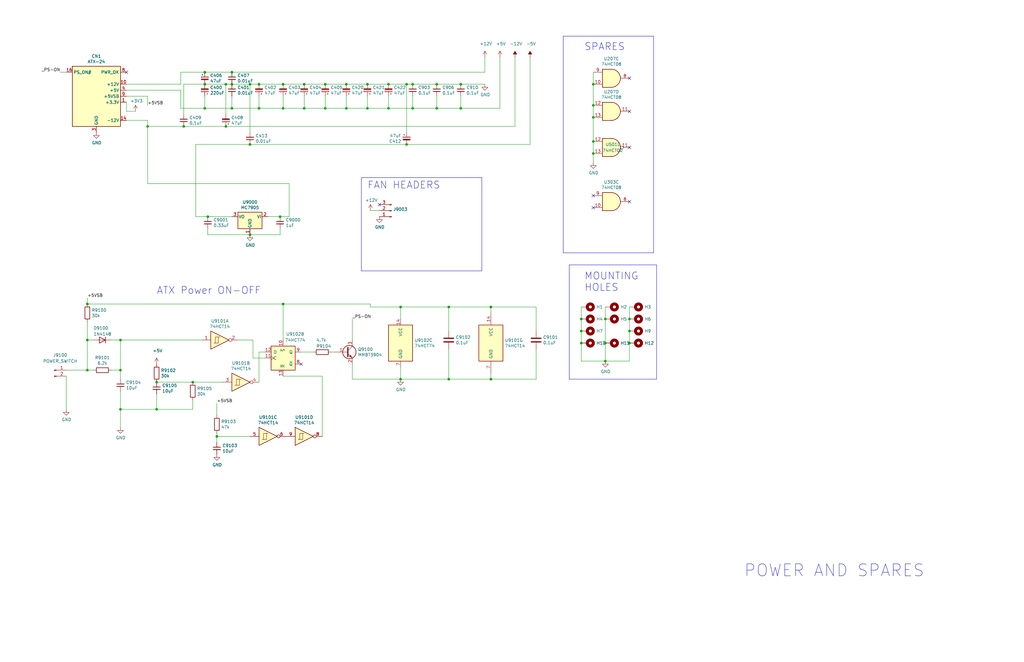
<source format=kicad_sch>
(kicad_sch (version 20230121) (generator eeschema)

  (uuid 0c7d8df1-823a-47e2-aeb6-dd127cc237d5)

  (paper "B")

  (title_block
    (title "Amiga 2000 EATX")
    (date "2023-03-10")
    (rev "3.0")
  )

  

  (junction (at 128.27 45.72) (diameter 0) (color 0 0 0 0)
    (uuid 023f657a-bf8d-4fa7-be33-023a05d4826e)
  )
  (junction (at 184.15 35.56) (diameter 0) (color 0 0 0 0)
    (uuid 033575b8-f92d-46de-a374-cb85338f615a)
  )
  (junction (at 250.19 35.56) (diameter 0) (color 0 0 0 0)
    (uuid 0934c827-c371-4221-b46c-1af36880bba0)
  )
  (junction (at 265.43 139.7) (diameter 0) (color 0 0 0 0)
    (uuid 0ad15b04-6425-4539-a595-2cd133aebd54)
  )
  (junction (at 118.11 91.44) (diameter 0) (color 0 0 0 0)
    (uuid 0f0bb583-b814-4e3e-ba36-d56aef6ab611)
  )
  (junction (at 250.19 44.45) (diameter 0) (color 0 0 0 0)
    (uuid 14cb6cd8-8883-409b-bbfe-ca1ede6262c0)
  )
  (junction (at 250.19 59.69) (diameter 0) (color 0 0 0 0)
    (uuid 18853e9d-a69e-428d-aa6d-e0a9b4d14d53)
  )
  (junction (at 119.38 128.27) (diameter 0) (color 0 0 0 0)
    (uuid 199fd29e-500d-46b0-a12c-9c7059efd958)
  )
  (junction (at 245.11 139.7) (diameter 0) (color 0 0 0 0)
    (uuid 1b1624e6-a6e2-4d35-8307-f5a454d73762)
  )
  (junction (at 86.36 35.56) (diameter 0) (color 0 0 0 0)
    (uuid 1d1364f5-7b15-4777-9659-9fa55ed40efb)
  )
  (junction (at 86.36 45.72) (diameter 0) (color 0 0 0 0)
    (uuid 204de27e-b31e-40c0-bc59-95473a6b9460)
  )
  (junction (at 173.99 35.56) (diameter 0) (color 0 0 0 0)
    (uuid 216be1a8-2c34-4c37-b39b-49c88ac3bba7)
  )
  (junction (at 189.23 129.54) (diameter 0) (color 0 0 0 0)
    (uuid 22719e9e-3579-481d-81dd-272154c97df5)
  )
  (junction (at 265.43 144.78) (diameter 0) (color 0 0 0 0)
    (uuid 23a2d5b0-fde8-4c24-bd62-8f6d6d2b7b11)
  )
  (junction (at 81.28 161.29) (diameter 0) (color 0 0 0 0)
    (uuid 26fca5d0-4a32-40a4-9cd4-98428186297a)
  )
  (junction (at 109.22 45.72) (diameter 0) (color 0 0 0 0)
    (uuid 2c29ed37-22b6-4b23-aa22-fd7a8a601f87)
  )
  (junction (at 97.79 35.56) (diameter 0) (color 0 0 0 0)
    (uuid 2f152ae8-645c-4a9c-a644-5658da036796)
  )
  (junction (at 163.83 35.56) (diameter 0) (color 0 0 0 0)
    (uuid 35b7e8f4-5d76-43e8-9c3f-039a3498a0d2)
  )
  (junction (at 66.04 172.72) (diameter 0) (color 0 0 0 0)
    (uuid 3907b5ff-2f40-40d7-b4b7-292d5be59d20)
  )
  (junction (at 105.41 99.06) (diameter 0) (color 0 0 0 0)
    (uuid 4435bb70-37c5-432c-b8d4-4fa383413a65)
  )
  (junction (at 97.79 45.72) (diameter 0) (color 0 0 0 0)
    (uuid 47fb9ae2-a887-4005-9ac9-169419afca8b)
  )
  (junction (at 163.83 45.72) (diameter 0) (color 0 0 0 0)
    (uuid 49b79e88-da9b-422f-bde2-16b3ea0f5b6c)
  )
  (junction (at 137.16 45.72) (diameter 0) (color 0 0 0 0)
    (uuid 4b7bb8d1-c2dc-4e49-b712-e5a20a41fb94)
  )
  (junction (at 36.83 143.51) (diameter 0) (color 0 0 0 0)
    (uuid 5d06120d-3c12-4403-8264-cb2049d0c843)
  )
  (junction (at 265.43 134.62) (diameter 0) (color 0 0 0 0)
    (uuid 63a8005e-5251-404a-b224-6af5cd8b8a14)
  )
  (junction (at 245.11 144.78) (diameter 0) (color 0 0 0 0)
    (uuid 68a65834-abb0-4d7b-91b1-982e3732f35b)
  )
  (junction (at 77.47 53.34) (diameter 0) (color 0 0 0 0)
    (uuid 6b119631-57d0-4bd3-bf84-3f8a556d2241)
  )
  (junction (at 245.11 134.62) (diameter 0) (color 0 0 0 0)
    (uuid 6c347dc7-194a-44be-a932-7309ed330783)
  )
  (junction (at 207.01 129.54) (diameter 0) (color 0 0 0 0)
    (uuid 6c596fd2-9362-4d16-94c8-9d3478c4e093)
  )
  (junction (at 105.41 35.56) (diameter 0) (color 0 0 0 0)
    (uuid 6cacd69c-e6d0-4475-99cc-bad2561e7964)
  )
  (junction (at 86.36 30.48) (diameter 0) (color 0 0 0 0)
    (uuid 74a974d7-2ab0-4e1b-994e-4580de65e92a)
  )
  (junction (at 255.27 144.78) (diameter 0) (color 0 0 0 0)
    (uuid 77831d76-07ef-46b4-b51d-b89356e12a61)
  )
  (junction (at 173.99 45.72) (diameter 0) (color 0 0 0 0)
    (uuid 794994d5-1507-46db-ba58-ece1b6506ce7)
  )
  (junction (at 119.38 35.56) (diameter 0) (color 0 0 0 0)
    (uuid 8306bdc1-0715-49ae-9ea5-52a506282063)
  )
  (junction (at 50.8 143.51) (diameter 0) (color 0 0 0 0)
    (uuid 8b09ece5-fa07-4599-9d99-7b379bda2654)
  )
  (junction (at 119.38 45.72) (diameter 0) (color 0 0 0 0)
    (uuid 8bc2697f-3dc1-4db1-9fb6-d03f15347814)
  )
  (junction (at 171.45 35.56) (diameter 0) (color 0 0 0 0)
    (uuid 9199bb07-a4d0-4faa-bb3b-bc64e15160b3)
  )
  (junction (at 109.22 35.56) (diameter 0) (color 0 0 0 0)
    (uuid 9313304d-ca62-40ab-a947-2ce3d03af45d)
  )
  (junction (at 184.15 45.72) (diameter 0) (color 0 0 0 0)
    (uuid 94a5e5d4-0c85-406d-9950-c108a2c1f607)
  )
  (junction (at 154.94 45.72) (diameter 0) (color 0 0 0 0)
    (uuid 980272e5-9ff4-46cb-99e5-d8250d9b996e)
  )
  (junction (at 171.45 60.96) (diameter 0) (color 0 0 0 0)
    (uuid 9857b80f-003b-45d4-8569-f69babeef5bb)
  )
  (junction (at 105.41 60.96) (diameter 0) (color 0 0 0 0)
    (uuid 9b000b29-84f4-4831-b7ca-ac11c5b00ea5)
  )
  (junction (at 189.23 160.02) (diameter 0) (color 0 0 0 0)
    (uuid 9cfe2fea-ee61-4982-8db8-b59f68981c41)
  )
  (junction (at 194.31 35.56) (diameter 0) (color 0 0 0 0)
    (uuid 9fae9a25-d57c-4fcb-86bd-f36d4479e92e)
  )
  (junction (at 91.44 184.15) (diameter 0) (color 0 0 0 0)
    (uuid a0eb8033-b592-42e2-a953-80a7766e0bed)
  )
  (junction (at 95.25 53.34) (diameter 0) (color 0 0 0 0)
    (uuid a2caa767-857f-433d-a00d-6b25f87154f9)
  )
  (junction (at 250.19 49.53) (diameter 0) (color 0 0 0 0)
    (uuid a9298b6d-342c-40ed-844c-39390f02c358)
  )
  (junction (at 62.23 53.34) (diameter 0) (color 0 0 0 0)
    (uuid aaf7376f-bd45-444f-87cd-04abace94d6b)
  )
  (junction (at 50.8 156.21) (diameter 0) (color 0 0 0 0)
    (uuid b0dc687e-e7c8-4753-be14-e5207ae7f667)
  )
  (junction (at 255.27 134.62) (diameter 0) (color 0 0 0 0)
    (uuid ba18000a-6af4-4bcb-bb89-27f577ae13bc)
  )
  (junction (at 168.91 129.54) (diameter 0) (color 0 0 0 0)
    (uuid bda2c911-6d30-4eb6-916a-396c613f963e)
  )
  (junction (at 168.91 160.02) (diameter 0) (color 0 0 0 0)
    (uuid c1d6d0de-f91e-4558-9b3f-8bd39fc049fc)
  )
  (junction (at 128.27 35.56) (diameter 0) (color 0 0 0 0)
    (uuid c3e4558d-868c-4367-8a1c-468351928ecc)
  )
  (junction (at 50.8 172.72) (diameter 0) (color 0 0 0 0)
    (uuid c56506ad-17c8-4a00-9034-791ab8370293)
  )
  (junction (at 36.83 128.27) (diameter 0) (color 0 0 0 0)
    (uuid c71f9ffe-8b45-48e8-8dd1-e4594ae79aa6)
  )
  (junction (at 66.04 161.29) (diameter 0) (color 0 0 0 0)
    (uuid ce82a5bf-9a87-4811-870b-c3a8091b7edd)
  )
  (junction (at 87.63 91.44) (diameter 0) (color 0 0 0 0)
    (uuid d884786b-0b42-4996-9b63-07d4e94b12fb)
  )
  (junction (at 207.01 160.02) (diameter 0) (color 0 0 0 0)
    (uuid e7cf454e-0591-4cf8-86e0-f8267c146503)
  )
  (junction (at 146.05 35.56) (diameter 0) (color 0 0 0 0)
    (uuid ee25c153-975c-4c16-baef-0fdb9ecf292e)
  )
  (junction (at 97.79 30.48) (diameter 0) (color 0 0 0 0)
    (uuid f0c7684a-f05b-4516-adcb-264e5b60bdd1)
  )
  (junction (at 250.19 64.77) (diameter 0) (color 0 0 0 0)
    (uuid f2540757-c67d-4e99-9e83-ed16960e984f)
  )
  (junction (at 137.16 35.56) (diameter 0) (color 0 0 0 0)
    (uuid f337d5d1-7f88-4ba1-b450-cbf9f4d8f711)
  )
  (junction (at 95.25 35.56) (diameter 0) (color 0 0 0 0)
    (uuid f39b78d1-ae40-4b0c-89c1-9b8ffb135dd6)
  )
  (junction (at 36.83 156.21) (diameter 0) (color 0 0 0 0)
    (uuid f92f4dbc-699d-4d82-afd7-315ab56cadda)
  )
  (junction (at 146.05 45.72) (diameter 0) (color 0 0 0 0)
    (uuid fa16e818-0189-4687-aced-a869e580dc8f)
  )
  (junction (at 154.94 35.56) (diameter 0) (color 0 0 0 0)
    (uuid fd308009-49cd-499e-a927-4c27ab9e46d8)
  )
  (junction (at 194.31 45.72) (diameter 0) (color 0 0 0 0)
    (uuid fdaee74b-9d62-4c72-8fb6-f405326964a3)
  )
  (junction (at 255.27 152.4) (diameter 0) (color 0 0 0 0)
    (uuid ff496a5a-9e5f-4bbd-9d11-7502180f02dc)
  )

  (no_connect (at 127 153.67) (uuid 1c802055-b070-488d-ba18-415781ded032))
  (no_connect (at 53.34 30.48) (uuid 2e27541b-c213-4f7b-b4a3-514ba8d08489))
  (no_connect (at 265.43 85.09) (uuid 485a4b31-0bc3-4a49-bc6a-f0140d358df1))
  (no_connect (at 250.19 87.63) (uuid 5b257ffc-929f-43c5-8aef-bf362a5e5f48))
  (no_connect (at 160.02 86.36) (uuid 7a810d0b-9a05-4d10-b5d8-6bfba26bdfe0))
  (no_connect (at 265.43 33.02) (uuid 95338738-f0a2-427f-84e3-042d17cb10d4))
  (no_connect (at 265.43 62.23) (uuid a098257c-8f0a-494c-b53f-679afc3856fb))
  (no_connect (at 265.43 46.99) (uuid a8f47d06-9319-4081-906d-69c257d34dec))
  (no_connect (at 250.19 82.55) (uuid b5d7f361-287c-4d82-840a-9624703836cf))

  (wire (pts (xy 105.41 60.96) (xy 171.45 60.96))
    (stroke (width 0) (type default))
    (uuid 03006e56-d0da-47bd-8296-4f2872698f53)
  )
  (wire (pts (xy 86.36 30.48) (xy 97.79 30.48))
    (stroke (width 0) (type default))
    (uuid 03d057d2-29b9-4b6c-b7e7-2008839d1691)
  )
  (wire (pts (xy 173.99 35.56) (xy 184.15 35.56))
    (stroke (width 0) (type default))
    (uuid 03fad05a-8ed8-4523-bcab-7bb9e0fa3bfb)
  )
  (wire (pts (xy 81.28 161.29) (xy 93.98 161.29))
    (stroke (width 0) (type default))
    (uuid 04cbf339-090d-46d0-914a-2e363ccf5e36)
  )
  (wire (pts (xy 86.36 35.56) (xy 95.25 35.56))
    (stroke (width 0) (type default))
    (uuid 067c7969-5992-4e2c-8b36-8441a615c024)
  )
  (wire (pts (xy 106.68 151.13) (xy 106.68 143.51))
    (stroke (width 0) (type default))
    (uuid 08196e9c-4842-4a95-b8a1-ce61f6c32885)
  )
  (wire (pts (xy 62.23 40.64) (xy 62.23 44.45))
    (stroke (width 0) (type default))
    (uuid 089e962f-3693-421f-a733-8d51cfe2050f)
  )
  (wire (pts (xy 119.38 45.72) (xy 128.27 45.72))
    (stroke (width 0) (type default))
    (uuid 0af5f7b4-368c-4812-89bb-4b9a095df1b3)
  )
  (wire (pts (xy 173.99 45.72) (xy 184.15 45.72))
    (stroke (width 0) (type default))
    (uuid 0fbdec37-cb67-408e-b290-d4d78aa4f628)
  )
  (wire (pts (xy 245.11 144.78) (xy 245.11 139.7))
    (stroke (width 0) (type default))
    (uuid 11c7727b-7de0-4261-94f8-5d2a5a045ca9)
  )
  (wire (pts (xy 86.36 35.56) (xy 77.47 35.56))
    (stroke (width 0) (type default))
    (uuid 14359711-e950-462c-a0ca-d88891ffd6a8)
  )
  (wire (pts (xy 184.15 40.64) (xy 184.15 45.72))
    (stroke (width 0) (type default))
    (uuid 16a4f545-a003-4e17-b857-db2a397b3c84)
  )
  (wire (pts (xy 154.94 40.64) (xy 154.94 45.72))
    (stroke (width 0) (type default))
    (uuid 17fac8ca-2269-42e4-8a22-8853c45919db)
  )
  (wire (pts (xy 250.19 64.77) (xy 250.19 68.58))
    (stroke (width 0) (type default))
    (uuid 1a4bbe17-8530-4bed-be8f-ae7e31e43fac)
  )
  (wire (pts (xy 156.21 128.27) (xy 156.21 129.54))
    (stroke (width 0) (type default))
    (uuid 20df8f91-c36b-4d25-9740-4ce4120ae4af)
  )
  (wire (pts (xy 105.41 99.06) (xy 118.11 99.06))
    (stroke (width 0) (type default))
    (uuid 20e2d534-e984-4c9b-8322-127877faa8a5)
  )
  (wire (pts (xy 250.19 49.53) (xy 250.19 44.45))
    (stroke (width 0) (type default))
    (uuid 21ddc299-1b88-47c8-a9ea-de1047c6bed3)
  )
  (wire (pts (xy 148.59 134.62) (xy 148.59 143.51))
    (stroke (width 0) (type default))
    (uuid 22f678d2-cc9e-476f-b88d-fde2b62d02a0)
  )
  (wire (pts (xy 95.25 48.26) (xy 95.25 35.56))
    (stroke (width 0) (type default))
    (uuid 254af186-15a9-4b87-97f3-ae79cb9d294c)
  )
  (wire (pts (xy 207.01 129.54) (xy 226.06 129.54))
    (stroke (width 0) (type default))
    (uuid 25f3c825-dd32-47fb-8ab6-1079887aedd7)
  )
  (wire (pts (xy 39.37 143.51) (xy 36.83 143.51))
    (stroke (width 0) (type default))
    (uuid 2616d971-d739-43a4-acb8-1e6cad075780)
  )
  (wire (pts (xy 265.43 129.54) (xy 265.43 134.62))
    (stroke (width 0) (type default))
    (uuid 278cf89d-98ae-443e-9369-88d13ab4ace4)
  )
  (wire (pts (xy 91.44 184.15) (xy 105.41 184.15))
    (stroke (width 0) (type default))
    (uuid 27fb3bac-5d69-494e-ba11-ebb2b3eb07a0)
  )
  (wire (pts (xy 91.44 184.15) (xy 91.44 182.88))
    (stroke (width 0) (type default))
    (uuid 291beaec-81e9-47db-ae16-1ba7dc118201)
  )
  (wire (pts (xy 109.22 35.56) (xy 119.38 35.56))
    (stroke (width 0) (type default))
    (uuid 2b2d5e1a-667c-4d15-959f-20338f0b1f00)
  )
  (wire (pts (xy 50.8 172.72) (xy 50.8 180.34))
    (stroke (width 0) (type default))
    (uuid 2b5e7987-506f-43e3-a393-63e128505bd7)
  )
  (wire (pts (xy 50.8 160.02) (xy 50.8 156.21))
    (stroke (width 0) (type default))
    (uuid 2ef27477-d761-485a-b67c-eabaefae8b17)
  )
  (wire (pts (xy 82.55 60.96) (xy 82.55 91.44))
    (stroke (width 0) (type default))
    (uuid 30ca3499-84ff-4180-8d09-f751e3b54caa)
  )
  (wire (pts (xy 245.11 152.4) (xy 245.11 144.78))
    (stroke (width 0) (type default))
    (uuid 31492797-1bfc-4bd2-90c8-930065481507)
  )
  (wire (pts (xy 207.01 157.48) (xy 207.01 160.02))
    (stroke (width 0) (type default))
    (uuid 314be386-0b3b-41fe-b327-8eed4b260920)
  )
  (polyline (pts (xy 237.49 15.24) (xy 275.59 15.24))
    (stroke (width 0) (type default))
    (uuid 323d3c67-679b-46f6-8c4a-334d29c6ac54)
  )

  (wire (pts (xy 111.76 148.59) (xy 109.22 148.59))
    (stroke (width 0) (type default))
    (uuid 338b2ccd-9771-4b9a-8b81-d4c84f929830)
  )
  (wire (pts (xy 250.19 59.69) (xy 250.19 49.53))
    (stroke (width 0) (type default))
    (uuid 350ff792-b5e0-48da-b8dc-b63cd66d8d56)
  )
  (wire (pts (xy 111.76 151.13) (xy 106.68 151.13))
    (stroke (width 0) (type default))
    (uuid 362d080c-b25b-4274-98d0-6d4cffebcd7a)
  )
  (wire (pts (xy 163.83 35.56) (xy 171.45 35.56))
    (stroke (width 0) (type default))
    (uuid 3a03ab78-2cc2-4454-87c0-3567655fe738)
  )
  (wire (pts (xy 62.23 53.34) (xy 62.23 77.47))
    (stroke (width 0) (type default))
    (uuid 3aad3be0-501d-4c09-90b9-5334e47f0be2)
  )
  (wire (pts (xy 53.34 35.56) (xy 76.2 35.56))
    (stroke (width 0) (type default))
    (uuid 3b3394d3-c933-45b5-b8ab-e33318b86fc9)
  )
  (wire (pts (xy 77.47 53.34) (xy 95.25 53.34))
    (stroke (width 0) (type default))
    (uuid 3c50c685-3d15-43ef-aca6-efbe6d0277ee)
  )
  (wire (pts (xy 265.43 144.78) (xy 265.43 152.4))
    (stroke (width 0) (type default))
    (uuid 3cdce691-59ad-411e-a284-ba70492ac798)
  )
  (wire (pts (xy 255.27 152.4) (xy 245.11 152.4))
    (stroke (width 0) (type default))
    (uuid 3fb463e4-6d0e-4b89-94a0-a2c1058a00c0)
  )
  (wire (pts (xy 113.03 91.44) (xy 118.11 91.44))
    (stroke (width 0) (type default))
    (uuid 3ffeb20d-7906-46c4-95a8-2439c15feab9)
  )
  (wire (pts (xy 81.28 168.91) (xy 81.28 172.72))
    (stroke (width 0) (type default))
    (uuid 416d27dd-9a65-4c6b-9baf-fa0556484b68)
  )
  (polyline (pts (xy 152.4 74.93) (xy 152.4 114.3))
    (stroke (width 0) (type default))
    (uuid 419e2ff0-e2e0-412a-ab2a-ed2f640734af)
  )

  (wire (pts (xy 189.23 129.54) (xy 207.01 129.54))
    (stroke (width 0) (type default))
    (uuid 42059dcc-a72e-41c6-b4fb-5b96b7f1230a)
  )
  (wire (pts (xy 128.27 35.56) (xy 137.16 35.56))
    (stroke (width 0) (type default))
    (uuid 446457ba-2170-4584-8c88-21849298036e)
  )
  (wire (pts (xy 163.83 45.72) (xy 173.99 45.72))
    (stroke (width 0) (type default))
    (uuid 4622da39-a959-4cb6-beb7-e4851ea80c9d)
  )
  (wire (pts (xy 50.8 165.1) (xy 50.8 172.72))
    (stroke (width 0) (type default))
    (uuid 46ce251a-f747-467a-a5f3-99c27d5ef848)
  )
  (polyline (pts (xy 203.2 74.93) (xy 152.4 74.93))
    (stroke (width 0) (type default))
    (uuid 471ece03-d299-4b53-b3cc-d4bc30abbb73)
  )

  (wire (pts (xy 128.27 45.72) (xy 137.16 45.72))
    (stroke (width 0) (type default))
    (uuid 49bcb78f-6611-4969-8b72-111d83518d10)
  )
  (wire (pts (xy 163.83 40.64) (xy 163.83 45.72))
    (stroke (width 0) (type default))
    (uuid 4a74c099-0eab-4dff-8e75-6a2ff90aaf89)
  )
  (wire (pts (xy 36.83 135.89) (xy 36.83 143.51))
    (stroke (width 0) (type default))
    (uuid 4aed6cd5-c1de-423d-b1b5-f02b0938e345)
  )
  (wire (pts (xy 137.16 35.56) (xy 146.05 35.56))
    (stroke (width 0) (type default))
    (uuid 50388306-2394-46f1-83a9-895da69663c2)
  )
  (wire (pts (xy 119.38 128.27) (xy 156.21 128.27))
    (stroke (width 0) (type default))
    (uuid 514c5e72-1b27-414a-8512-9577280372a8)
  )
  (wire (pts (xy 36.83 143.51) (xy 36.83 156.21))
    (stroke (width 0) (type default))
    (uuid 514eb19f-9d73-43bc-9b94-6012736bc463)
  )
  (wire (pts (xy 91.44 170.18) (xy 91.44 175.26))
    (stroke (width 0) (type default))
    (uuid 5166982e-f5c5-476f-846d-fc4414012044)
  )
  (wire (pts (xy 168.91 129.54) (xy 156.21 129.54))
    (stroke (width 0) (type default))
    (uuid 51be5d7f-bfa2-4d46-99ba-0b3ceec6598a)
  )
  (wire (pts (xy 146.05 40.64) (xy 146.05 45.72))
    (stroke (width 0) (type default))
    (uuid 51d47054-84db-40dd-925c-ccb74c23c9f7)
  )
  (wire (pts (xy 189.23 160.02) (xy 207.01 160.02))
    (stroke (width 0) (type default))
    (uuid 532cf0f3-deba-419a-a593-791a5bc3bbd8)
  )
  (wire (pts (xy 226.06 129.54) (xy 226.06 139.7))
    (stroke (width 0) (type default))
    (uuid 545ec3ec-f66f-4fdd-9852-9d3fa9e8d5e6)
  )
  (wire (pts (xy 119.38 40.64) (xy 119.38 45.72))
    (stroke (width 0) (type default))
    (uuid 55456154-47f1-498a-a37c-988822e5bacd)
  )
  (wire (pts (xy 66.04 161.29) (xy 81.28 161.29))
    (stroke (width 0) (type default))
    (uuid 55c91299-298f-4a30-ad0e-9e26ca41f672)
  )
  (wire (pts (xy 105.41 99.06) (xy 87.63 99.06))
    (stroke (width 0) (type default))
    (uuid 5900c55d-1712-4906-8f25-640bade4d104)
  )
  (wire (pts (xy 139.7 148.59) (xy 140.97 148.59))
    (stroke (width 0) (type default))
    (uuid 5a80fd8a-8d6a-4b36-8e3b-9d59d6195033)
  )
  (wire (pts (xy 97.79 30.48) (xy 204.47 30.48))
    (stroke (width 0) (type default))
    (uuid 5bcba675-5f67-4ecf-8341-c2581d9e5b1c)
  )
  (wire (pts (xy 119.38 143.51) (xy 119.38 128.27))
    (stroke (width 0) (type default))
    (uuid 5c6540fb-22e4-4908-b1b1-3407ac2b5268)
  )
  (wire (pts (xy 189.23 129.54) (xy 189.23 139.7))
    (stroke (width 0) (type default))
    (uuid 5ef2039b-cc30-4e75-a2e5-4276a033c28d)
  )
  (wire (pts (xy 135.89 184.15) (xy 135.89 158.75))
    (stroke (width 0) (type default))
    (uuid 610606c0-2785-42cb-9687-523e95972dc2)
  )
  (wire (pts (xy 53.34 43.18) (xy 53.34 46.99))
    (stroke (width 0) (type default))
    (uuid 61713e0d-5f60-4d04-89ea-95761d5633cd)
  )
  (wire (pts (xy 210.82 24.13) (xy 210.82 45.72))
    (stroke (width 0) (type default))
    (uuid 6359467b-e370-4570-aeb7-8fc3ab9ae711)
  )
  (wire (pts (xy 27.94 172.72) (xy 27.94 158.75))
    (stroke (width 0) (type default))
    (uuid 63bd4725-ef66-41d8-a2f5-2b221a3205f9)
  )
  (wire (pts (xy 97.79 45.72) (xy 109.22 45.72))
    (stroke (width 0) (type default))
    (uuid 667cdf22-8b6e-45cb-a1d5-04c409b31da1)
  )
  (wire (pts (xy 105.41 35.56) (xy 105.41 55.88))
    (stroke (width 0) (type default))
    (uuid 68797a54-ae43-420d-8f41-70e62a3cd31f)
  )
  (wire (pts (xy 154.94 45.72) (xy 163.83 45.72))
    (stroke (width 0) (type default))
    (uuid 689fce27-0992-45ba-919d-7b133ae8ca78)
  )
  (wire (pts (xy 62.23 50.8) (xy 62.23 53.34))
    (stroke (width 0) (type default))
    (uuid 695c4f97-835b-4641-bd21-95b7b93a6ea0)
  )
  (wire (pts (xy 207.01 160.02) (xy 226.06 160.02))
    (stroke (width 0) (type default))
    (uuid 6b31d0c6-b3e8-4313-813c-3440bdbcdc82)
  )
  (wire (pts (xy 223.52 60.96) (xy 223.52 24.13))
    (stroke (width 0) (type default))
    (uuid 719e408f-c9a2-4533-8160-18cf78883055)
  )
  (wire (pts (xy 50.8 143.51) (xy 50.8 156.21))
    (stroke (width 0) (type default))
    (uuid 725453a4-b2e4-4cf0-ba7e-8e21294c718e)
  )
  (wire (pts (xy 97.79 91.44) (xy 87.63 91.44))
    (stroke (width 0) (type default))
    (uuid 7633451c-b6c0-4024-b461-2ed7bb43c0c3)
  )
  (wire (pts (xy 86.36 40.64) (xy 86.36 45.72))
    (stroke (width 0) (type default))
    (uuid 7688182b-fb41-4bdd-bbec-6b8e56f3ed4c)
  )
  (wire (pts (xy 86.36 45.72) (xy 97.79 45.72))
    (stroke (width 0) (type default))
    (uuid 78c23279-7f09-4f74-9f37-41153f02565c)
  )
  (polyline (pts (xy 237.49 106.68) (xy 275.59 106.68))
    (stroke (width 0) (type default))
    (uuid 798f4d79-e4f1-40fe-a5c0-391c483e221e)
  )

  (wire (pts (xy 184.15 45.72) (xy 194.31 45.72))
    (stroke (width 0) (type default))
    (uuid 7b2ac391-d5d7-4ec9-ad3b-3bcd983151b3)
  )
  (wire (pts (xy 250.19 44.45) (xy 250.19 35.56))
    (stroke (width 0) (type default))
    (uuid 7b9fd147-c904-4fb4-b4f5-ddc5af001235)
  )
  (wire (pts (xy 53.34 38.1) (xy 76.2 38.1))
    (stroke (width 0) (type default))
    (uuid 7e7619b6-54b0-4b92-9f9c-ceab3f83cf52)
  )
  (wire (pts (xy 135.89 158.75) (xy 119.38 158.75))
    (stroke (width 0) (type default))
    (uuid 80e504af-7175-40e0-8ed9-810121563840)
  )
  (wire (pts (xy 189.23 147.32) (xy 189.23 160.02))
    (stroke (width 0) (type default))
    (uuid 83b1fb2b-533d-4384-88be-69267d68acf9)
  )
  (wire (pts (xy 189.23 160.02) (xy 168.91 160.02))
    (stroke (width 0) (type default))
    (uuid 84b819d7-77dc-4c0a-b313-79144fe081d9)
  )
  (wire (pts (xy 255.27 129.54) (xy 255.27 134.62))
    (stroke (width 0) (type default))
    (uuid 869482f7-5341-43d0-b89d-2f407da90ad2)
  )
  (wire (pts (xy 137.16 40.64) (xy 137.16 45.72))
    (stroke (width 0) (type default))
    (uuid 8734b495-7f63-481a-b2ee-1e03993e7949)
  )
  (polyline (pts (xy 276.86 111.76) (xy 240.03 111.76))
    (stroke (width 0) (type default))
    (uuid 87c7fa3a-81b6-485a-9c98-7469b2c0c5dc)
  )

  (wire (pts (xy 106.68 143.51) (xy 100.33 143.51))
    (stroke (width 0) (type default))
    (uuid 8b4988fa-de06-4522-b2c7-91c4cf24381a)
  )
  (wire (pts (xy 168.91 129.54) (xy 168.91 134.62))
    (stroke (width 0) (type default))
    (uuid 8b4f5c26-26bf-4c2e-bec9-c956401c36b3)
  )
  (wire (pts (xy 118.11 99.06) (xy 118.11 96.52))
    (stroke (width 0) (type default))
    (uuid 8bb5948b-2855-4bb8-bb9b-245a7fba6201)
  )
  (wire (pts (xy 154.94 35.56) (xy 163.83 35.56))
    (stroke (width 0) (type default))
    (uuid 8c085439-906d-4e7d-b644-076a5142d0fd)
  )
  (wire (pts (xy 250.19 35.56) (xy 250.19 30.48))
    (stroke (width 0) (type default))
    (uuid 8ccaaca0-7405-4f3c-8e43-84df77460edb)
  )
  (wire (pts (xy 91.44 186.69) (xy 91.44 184.15))
    (stroke (width 0) (type default))
    (uuid 8e76acc1-4ca7-4fcb-ad9b-62aab7028046)
  )
  (wire (pts (xy 250.19 64.77) (xy 250.19 59.69))
    (stroke (width 0) (type default))
    (uuid 914bf80f-4ade-4225-9306-8390298706de)
  )
  (wire (pts (xy 25.4 30.48) (xy 27.94 30.48))
    (stroke (width 0) (type default))
    (uuid 9256fc16-27e8-4e4d-bd4f-c4b35b69259a)
  )
  (polyline (pts (xy 240.03 111.76) (xy 240.03 160.02))
    (stroke (width 0) (type default))
    (uuid 93028cec-fdd6-4d56-9a77-61486f6c0234)
  )

  (wire (pts (xy 255.27 144.78) (xy 255.27 152.4))
    (stroke (width 0) (type default))
    (uuid 94950b8c-bf97-487a-b691-cf560d21a2d6)
  )
  (wire (pts (xy 194.31 35.56) (xy 204.47 35.56))
    (stroke (width 0) (type default))
    (uuid 94c97c94-1e2b-4ab2-b537-a1773d0113f5)
  )
  (wire (pts (xy 53.34 50.8) (xy 62.23 50.8))
    (stroke (width 0) (type default))
    (uuid 94e0dda4-c146-466b-87df-df5cabfa9e84)
  )
  (wire (pts (xy 95.25 35.56) (xy 97.79 35.56))
    (stroke (width 0) (type default))
    (uuid 9623a171-d847-437f-b3e0-f32ffa6c3102)
  )
  (polyline (pts (xy 152.4 114.3) (xy 203.2 114.3))
    (stroke (width 0) (type default))
    (uuid 96c37b36-17c0-4cf3-90bc-0344fef77b12)
  )

  (wire (pts (xy 245.11 139.7) (xy 245.11 134.62))
    (stroke (width 0) (type default))
    (uuid 983d76f7-88b7-41b0-8cea-a71a443a9aeb)
  )
  (wire (pts (xy 39.37 156.21) (xy 36.83 156.21))
    (stroke (width 0) (type default))
    (uuid 9acb1c57-5b7e-4521-85ba-cbc0f07b2b2e)
  )
  (wire (pts (xy 109.22 148.59) (xy 109.22 161.29))
    (stroke (width 0) (type default))
    (uuid 9efedcdd-8190-4432-809b-917b358890c7)
  )
  (wire (pts (xy 207.01 132.08) (xy 207.01 129.54))
    (stroke (width 0) (type default))
    (uuid a318b9a1-c11e-4f98-a34c-0f8c4cfa66b6)
  )
  (wire (pts (xy 265.43 134.62) (xy 265.43 139.7))
    (stroke (width 0) (type default))
    (uuid a3a3e259-6bac-4596-92ad-a211eb8e2fb6)
  )
  (polyline (pts (xy 203.2 114.3) (xy 203.2 74.93))
    (stroke (width 0) (type default))
    (uuid a417738b-b29a-49fa-bc77-7467f4bbf47b)
  )

  (wire (pts (xy 76.2 45.72) (xy 86.36 45.72))
    (stroke (width 0) (type default))
    (uuid a46ae8cc-5d5d-4db6-80f4-960f99f82679)
  )
  (wire (pts (xy 265.43 139.7) (xy 265.43 144.78))
    (stroke (width 0) (type default))
    (uuid a9156e1b-a1e6-4b51-90ab-a2f2b490aa24)
  )
  (wire (pts (xy 255.27 134.62) (xy 255.27 144.78))
    (stroke (width 0) (type default))
    (uuid a98981f9-36fe-4106-85d3-82f3297d0f1c)
  )
  (wire (pts (xy 148.59 153.67) (xy 148.59 160.02))
    (stroke (width 0) (type default))
    (uuid a9966e7c-1476-42c6-b0d4-9b91d4f340c2)
  )
  (wire (pts (xy 53.34 46.99) (xy 57.15 46.99))
    (stroke (width 0) (type default))
    (uuid ab070f77-d43a-4e0f-97b3-c6d423d21bf4)
  )
  (wire (pts (xy 168.91 154.94) (xy 168.91 160.02))
    (stroke (width 0) (type default))
    (uuid abec776d-b93d-4367-9840-91894ca0afef)
  )
  (wire (pts (xy 87.63 91.44) (xy 82.55 91.44))
    (stroke (width 0) (type default))
    (uuid afbccfaf-0e43-485f-b9b3-366ec193c79e)
  )
  (wire (pts (xy 36.83 128.27) (xy 119.38 128.27))
    (stroke (width 0) (type default))
    (uuid afdbce64-2023-4570-9d29-8cd5b927a240)
  )
  (wire (pts (xy 77.47 53.34) (xy 62.23 53.34))
    (stroke (width 0) (type default))
    (uuid b23d7b96-af41-419c-ae06-d1998ee15604)
  )
  (wire (pts (xy 146.05 45.72) (xy 154.94 45.72))
    (stroke (width 0) (type default))
    (uuid b5a520a5-9d7c-4c5c-94a1-0ebcac3bfc11)
  )
  (wire (pts (xy 194.31 45.72) (xy 210.82 45.72))
    (stroke (width 0) (type default))
    (uuid b64d615b-c24b-4834-904e-1bd71fa7b840)
  )
  (wire (pts (xy 127 148.59) (xy 132.08 148.59))
    (stroke (width 0) (type default))
    (uuid b731dba6-29c4-4595-bf45-b94cc8cdb76d)
  )
  (polyline (pts (xy 275.59 15.24) (xy 275.59 106.68))
    (stroke (width 0) (type default))
    (uuid b87681c6-6163-46fd-8154-20f742bcf47d)
  )

  (wire (pts (xy 50.8 143.51) (xy 85.09 143.51))
    (stroke (width 0) (type default))
    (uuid bc68e1e7-67d8-44d3-a374-a3cc4aae73a0)
  )
  (wire (pts (xy 137.16 45.72) (xy 146.05 45.72))
    (stroke (width 0) (type default))
    (uuid bfc1e711-060e-4402-8d49-28b3e752147b)
  )
  (wire (pts (xy 105.41 60.96) (xy 82.55 60.96))
    (stroke (width 0) (type default))
    (uuid c1b55f6e-833d-4c9d-a817-fff8b13a3823)
  )
  (wire (pts (xy 62.23 77.47) (xy 121.92 77.47))
    (stroke (width 0) (type default))
    (uuid c2920586-0466-4b29-9b34-7c5203019f3b)
  )
  (wire (pts (xy 76.2 38.1) (xy 76.2 45.72))
    (stroke (width 0) (type default))
    (uuid c3d4e777-4bda-4506-8ecb-2c3b555470e7)
  )
  (wire (pts (xy 105.41 35.56) (xy 109.22 35.56))
    (stroke (width 0) (type default))
    (uuid c515aaf8-406f-4dac-bc01-e48f7e51125f)
  )
  (wire (pts (xy 245.11 134.62) (xy 245.11 129.54))
    (stroke (width 0) (type default))
    (uuid c84fedec-0e40-49d3-885e-1e2c305af4dc)
  )
  (wire (pts (xy 168.91 160.02) (xy 148.59 160.02))
    (stroke (width 0) (type default))
    (uuid ca5d0939-6632-4d65-af69-ec7212fdcfa9)
  )
  (wire (pts (xy 109.22 45.72) (xy 119.38 45.72))
    (stroke (width 0) (type default))
    (uuid ca7cc047-06e5-4cfb-9f04-69ca5de72721)
  )
  (wire (pts (xy 119.38 35.56) (xy 128.27 35.56))
    (stroke (width 0) (type default))
    (uuid cbda86f1-8f98-46a9-a98d-fa4d1fad405c)
  )
  (polyline (pts (xy 237.49 15.24) (xy 237.49 106.68))
    (stroke (width 0) (type default))
    (uuid cc1611d4-9814-4e8a-aeae-6cf476bdfbe2)
  )

  (wire (pts (xy 36.83 125.73) (xy 36.83 128.27))
    (stroke (width 0) (type default))
    (uuid cc21c862-997a-4a84-880e-83ce3eadd7c4)
  )
  (wire (pts (xy 76.2 35.56) (xy 76.2 30.48))
    (stroke (width 0) (type default))
    (uuid d08ec30a-780d-44e7-8213-7dd23f668576)
  )
  (wire (pts (xy 46.99 156.21) (xy 50.8 156.21))
    (stroke (width 0) (type default))
    (uuid d2f90622-8f56-4d48-a4c2-95bf74d0f30c)
  )
  (wire (pts (xy 204.47 30.48) (xy 204.47 24.13))
    (stroke (width 0) (type default))
    (uuid d4e987d4-d508-4695-83a7-38786aab5d6a)
  )
  (wire (pts (xy 77.47 35.56) (xy 77.47 48.26))
    (stroke (width 0) (type default))
    (uuid d8f267a0-56ad-4fdf-b9f0-4cab79cb43ac)
  )
  (wire (pts (xy 66.04 172.72) (xy 50.8 172.72))
    (stroke (width 0) (type default))
    (uuid d936fce5-24c2-4c9b-8d80-863d2f092e1d)
  )
  (wire (pts (xy 95.25 53.34) (xy 217.17 53.34))
    (stroke (width 0) (type default))
    (uuid d975f815-ad75-4724-a320-c9f166666632)
  )
  (wire (pts (xy 171.45 60.96) (xy 223.52 60.96))
    (stroke (width 0) (type default))
    (uuid db8c024c-8584-45c4-961b-d3cf556b306f)
  )
  (wire (pts (xy 109.22 40.64) (xy 109.22 45.72))
    (stroke (width 0) (type default))
    (uuid de6fa23c-944c-46d4-b8b8-701f84f59a0e)
  )
  (wire (pts (xy 128.27 40.64) (xy 128.27 45.72))
    (stroke (width 0) (type default))
    (uuid dfc4bde0-6460-4b57-a265-5c223339409c)
  )
  (wire (pts (xy 118.11 91.44) (xy 121.92 91.44))
    (stroke (width 0) (type default))
    (uuid e00b529e-9a9f-4bc7-a0b4-bff31e0f0964)
  )
  (wire (pts (xy 184.15 35.56) (xy 194.31 35.56))
    (stroke (width 0) (type default))
    (uuid e249a6d9-9708-4388-8053-265f28345ecd)
  )
  (wire (pts (xy 194.31 40.64) (xy 194.31 45.72))
    (stroke (width 0) (type default))
    (uuid e49fadac-a8ca-4657-a983-624da8cbf4cf)
  )
  (wire (pts (xy 189.23 129.54) (xy 168.91 129.54))
    (stroke (width 0) (type default))
    (uuid e4d61ec1-2ad1-4915-b4ca-306b40ab7a25)
  )
  (wire (pts (xy 171.45 55.88) (xy 171.45 35.56))
    (stroke (width 0) (type default))
    (uuid e68ab580-2fe3-42ca-a5e7-0a5eea33cf19)
  )
  (wire (pts (xy 171.45 35.56) (xy 173.99 35.56))
    (stroke (width 0) (type default))
    (uuid e70cc090-6a80-4db9-a48c-bcb6c88d9f11)
  )
  (wire (pts (xy 87.63 99.06) (xy 87.63 96.52))
    (stroke (width 0) (type default))
    (uuid e770a7dd-df84-4516-a3f2-d989f88102b0)
  )
  (polyline (pts (xy 276.86 160.02) (xy 276.86 111.76))
    (stroke (width 0) (type default))
    (uuid e783117c-e198-41ea-a64c-7209f57f2920)
  )
  (polyline (pts (xy 240.03 160.02) (xy 276.86 160.02))
    (stroke (width 0) (type default))
    (uuid e9cc4106-f431-4f32-b5cc-3505637bff7d)
  )

  (wire (pts (xy 97.79 40.64) (xy 97.79 45.72))
    (stroke (width 0) (type default))
    (uuid eb6b3c2d-7d33-4315-9b2c-e0d1c36a9958)
  )
  (wire (pts (xy 66.04 166.37) (xy 66.04 172.72))
    (stroke (width 0) (type default))
    (uuid ecc4b6a0-d1e3-4666-aa5f-d8843bc178ce)
  )
  (wire (pts (xy 121.92 91.44) (xy 121.92 77.47))
    (stroke (width 0) (type default))
    (uuid edabc65e-e92c-4fcc-8b19-98a1ff3a494f)
  )
  (wire (pts (xy 76.2 30.48) (xy 86.36 30.48))
    (stroke (width 0) (type default))
    (uuid eee30f8b-67e7-48a7-b8eb-d792b4c00d50)
  )
  (wire (pts (xy 226.06 160.02) (xy 226.06 147.32))
    (stroke (width 0) (type default))
    (uuid ef055b5a-4b20-4336-be19-e243f50aad13)
  )
  (wire (pts (xy 173.99 40.64) (xy 173.99 45.72))
    (stroke (width 0) (type default))
    (uuid ef2de942-d53a-4704-ba61-129914a12d6f)
  )
  (wire (pts (xy 27.94 156.21) (xy 36.83 156.21))
    (stroke (width 0) (type default))
    (uuid f0ed1cf5-c944-45a5-a648-9cdd9bb31aba)
  )
  (wire (pts (xy 53.34 40.64) (xy 62.23 40.64))
    (stroke (width 0) (type default))
    (uuid f0ef534e-c201-46e0-ae0a-1ddddbeb6dfb)
  )
  (wire (pts (xy 50.8 143.51) (xy 46.99 143.51))
    (stroke (width 0) (type default))
    (uuid f565c1db-c08a-4d94-bf0f-b602b01f8291)
  )
  (wire (pts (xy 146.05 35.56) (xy 154.94 35.56))
    (stroke (width 0) (type default))
    (uuid f5c93511-fddc-4f73-818f-0b371f726c55)
  )
  (wire (pts (xy 66.04 172.72) (xy 81.28 172.72))
    (stroke (width 0) (type default))
    (uuid f7b0779d-3c52-4eeb-9123-be89c348df7f)
  )
  (wire (pts (xy 265.43 152.4) (xy 255.27 152.4))
    (stroke (width 0) (type default))
    (uuid f7d97e23-670a-4d50-bcd5-6e77e9988dde)
  )
  (wire (pts (xy 97.79 35.56) (xy 105.41 35.56))
    (stroke (width 0) (type default))
    (uuid f978a86e-58af-43ef-bf0e-df38958cbee1)
  )
  (wire (pts (xy 217.17 53.34) (xy 217.17 24.13))
    (stroke (width 0) (type default))
    (uuid feee5deb-ccdc-4d10-9ffd-03b2bb765605)
  )
  (wire (pts (xy 160.02 88.9) (xy 156.21 88.9))
    (stroke (width 0) (type default))
    (uuid ff8bc3a2-3119-48ff-b71b-ba4fe5c35492)
  )

  (text "SPARES" (at 246.38 21.59 0)
    (effects (font (size 2.9972 2.9972)) (justify left bottom))
    (uuid 5bbe1584-1030-4c7e-a481-ffb3df87b0dd)
  )
  (text "ATX Power ON-OFF" (at 66.04 124.46 0)
    (effects (font (size 2.9972 2.9972)) (justify left bottom))
    (uuid 730c244b-e2ae-4588-a143-bf84bcff592d)
  )
  (text "POWER AND SPARES" (at 313.69 243.84 0)
    (effects (font (size 5.0038 5.0038)) (justify left bottom))
    (uuid 976fda6a-1847-47e7-bca6-645776e89068)
  )
  (text "MOUNTING\nHOLES" (at 246.38 123.19 0)
    (effects (font (size 2.9972 2.9972)) (justify left bottom))
    (uuid ac4f809d-86a1-44a9-af5d-a21804885f22)
  )
  (text "FAN HEADERS" (at 154.94 80.01 0)
    (effects (font (size 2.9972 2.9972)) (justify left bottom))
    (uuid ad5f25e6-0112-4011-9612-6b221919eb2f)
  )

  (label "_PS-ON" (at 148.59 134.62 0) (fields_autoplaced)
    (effects (font (size 1.27 1.27)) (justify left bottom))
    (uuid 3e62def4-d9ad-46d8-8d5c-66a17e1e731b)
  )
  (label "+5VSB" (at 36.83 125.73 0) (fields_autoplaced)
    (effects (font (size 1.27 1.27)) (justify left bottom))
    (uuid 5410e5bd-5270-4c52-90b7-b42fcc9b032b)
  )
  (label "_PS-ON" (at 25.4 30.48 180) (fields_autoplaced)
    (effects (font (size 1.27 1.27)) (justify right bottom))
    (uuid 5dd50e75-798b-4350-a130-3ab04bc25f7e)
  )
  (label "+5VSB" (at 91.44 170.18 0) (fields_autoplaced)
    (effects (font (size 1.27 1.27)) (justify left bottom))
    (uuid 9ebcd1fd-7ecc-442e-a799-80d0b49ef720)
  )
  (label "+5VSB" (at 62.23 44.45 0) (fields_autoplaced)
    (effects (font (size 1.27 1.27)) (justify left bottom))
    (uuid ea12b623-f9dd-4019-b882-59313230f322)
  )

  (symbol (lib_id "Mechanical:MountingHole_Pad") (at 247.65 129.54 270) (unit 1)
    (in_bom yes) (on_board yes) (dnp no)
    (uuid 00000000-0000-0000-0000-00006079cd83)
    (property "Reference" "H1" (at 251.46 129.54 90)
      (effects (font (size 1.27 1.27)) (justify left))
    )
    (property "Value" "MountingHole_Pad" (at 251.46 130.683 90)
      (effects (font (size 1.27 1.27)) (justify left) hide)
    )
    (property "Footprint" "AmigaFootprints:MountingHole_Pad" (at 247.65 129.54 0)
      (effects (font (size 1.27 1.27)) hide)
    )
    (property "Datasheet" "~" (at 247.65 129.54 0)
      (effects (font (size 1.27 1.27)) hide)
    )
    (property "JLCPCB" "" (at 247.65 129.54 0)
      (effects (font (size 1.27 1.27)) hide)
    )
    (property "LCSC" "" (at 247.65 129.54 0)
      (effects (font (size 1.27 1.27)) hide)
    )
    (property "LCSC Alt" "" (at 247.65 129.54 0)
      (effects (font (size 1.27 1.27)) hide)
    )
    (property "Digikey" "" (at 247.65 129.54 0)
      (effects (font (size 1.27 1.27)) hide)
    )
    (property "Digikey cheap" "" (at 247.65 129.54 0)
      (effects (font (size 1.27 1.27)) hide)
    )
    (property "Digikey ordered" "" (at 247.65 129.54 0)
      (effects (font (size 1.27 1.27)) hide)
    )
    (pin "1" (uuid fb1b716e-7b96-4caf-82f0-409f4f4fe36b))
    (instances
      (project "2000ATX"
        (path "/bb595301-1c72-49dc-ac6f-007419f3a7fd/00000000-0000-0000-0000-000060a4fe7b"
          (reference "H1") (unit 1)
        )
      )
    )
  )

  (symbol (lib_id "Mechanical:MountingHole_Pad") (at 247.65 134.62 270) (unit 1)
    (in_bom yes) (on_board yes) (dnp no)
    (uuid 00000000-0000-0000-0000-0000607a300a)
    (property "Reference" "H4" (at 251.46 134.62 90)
      (effects (font (size 1.27 1.27)) (justify left))
    )
    (property "Value" "MountingHole_Pad" (at 251.46 135.763 90)
      (effects (font (size 1.27 1.27)) (justify left) hide)
    )
    (property "Footprint" "AmigaFootprints:MountingHole_Pad" (at 247.65 134.62 0)
      (effects (font (size 1.27 1.27)) hide)
    )
    (property "Datasheet" "~" (at 247.65 134.62 0)
      (effects (font (size 1.27 1.27)) hide)
    )
    (property "JLCPCB" "" (at 247.65 134.62 0)
      (effects (font (size 1.27 1.27)) hide)
    )
    (property "LCSC" "" (at 247.65 134.62 0)
      (effects (font (size 1.27 1.27)) hide)
    )
    (property "LCSC Alt" "" (at 247.65 134.62 0)
      (effects (font (size 1.27 1.27)) hide)
    )
    (property "Digikey" "" (at 247.65 134.62 0)
      (effects (font (size 1.27 1.27)) hide)
    )
    (property "Digikey cheap" "" (at 247.65 134.62 0)
      (effects (font (size 1.27 1.27)) hide)
    )
    (property "Digikey ordered" "" (at 247.65 134.62 0)
      (effects (font (size 1.27 1.27)) hide)
    )
    (pin "1" (uuid d31f9688-16d7-4897-a180-6a85219be302))
    (instances
      (project "2000ATX"
        (path "/bb595301-1c72-49dc-ac6f-007419f3a7fd/00000000-0000-0000-0000-000060a4fe7b"
          (reference "H4") (unit 1)
        )
      )
    )
  )

  (symbol (lib_id "Mechanical:MountingHole_Pad") (at 247.65 139.7 270) (unit 1)
    (in_bom yes) (on_board yes) (dnp no)
    (uuid 00000000-0000-0000-0000-0000607a343c)
    (property "Reference" "H7" (at 251.46 139.7 90)
      (effects (font (size 1.27 1.27)) (justify left))
    )
    (property "Value" "MountingHole_Pad" (at 251.46 140.843 90)
      (effects (font (size 1.27 1.27)) (justify left) hide)
    )
    (property "Footprint" "AmigaFootprints:MountingHole_Pad" (at 247.65 139.7 0)
      (effects (font (size 1.27 1.27)) hide)
    )
    (property "Datasheet" "~" (at 247.65 139.7 0)
      (effects (font (size 1.27 1.27)) hide)
    )
    (property "JLCPCB" "" (at 247.65 139.7 0)
      (effects (font (size 1.27 1.27)) hide)
    )
    (property "LCSC" "" (at 247.65 139.7 0)
      (effects (font (size 1.27 1.27)) hide)
    )
    (property "LCSC Alt" "" (at 247.65 139.7 0)
      (effects (font (size 1.27 1.27)) hide)
    )
    (property "Digikey" "" (at 247.65 139.7 0)
      (effects (font (size 1.27 1.27)) hide)
    )
    (property "Digikey cheap" "" (at 247.65 139.7 0)
      (effects (font (size 1.27 1.27)) hide)
    )
    (property "Digikey ordered" "" (at 247.65 139.7 0)
      (effects (font (size 1.27 1.27)) hide)
    )
    (pin "1" (uuid e706a38a-b263-4c64-b7c4-5cbc392a70ab))
    (instances
      (project "2000ATX"
        (path "/bb595301-1c72-49dc-ac6f-007419f3a7fd/00000000-0000-0000-0000-000060a4fe7b"
          (reference "H7") (unit 1)
        )
      )
    )
  )

  (symbol (lib_id "Mechanical:MountingHole_Pad") (at 247.65 144.78 270) (unit 1)
    (in_bom yes) (on_board yes) (dnp no)
    (uuid 00000000-0000-0000-0000-0000607a38d0)
    (property "Reference" "H10" (at 251.46 144.78 90)
      (effects (font (size 1.27 1.27)) (justify left))
    )
    (property "Value" "MountingHole_Pad" (at 251.46 145.923 90)
      (effects (font (size 1.27 1.27)) (justify left) hide)
    )
    (property "Footprint" "AmigaFootprints:MountingHole_Pad" (at 247.65 144.78 0)
      (effects (font (size 1.27 1.27)) hide)
    )
    (property "Datasheet" "~" (at 247.65 144.78 0)
      (effects (font (size 1.27 1.27)) hide)
    )
    (property "JLCPCB" "" (at 247.65 144.78 0)
      (effects (font (size 1.27 1.27)) hide)
    )
    (property "LCSC" "" (at 247.65 144.78 0)
      (effects (font (size 1.27 1.27)) hide)
    )
    (property "LCSC Alt" "" (at 247.65 144.78 0)
      (effects (font (size 1.27 1.27)) hide)
    )
    (property "Digikey" "" (at 247.65 144.78 0)
      (effects (font (size 1.27 1.27)) hide)
    )
    (property "Digikey cheap" "" (at 247.65 144.78 0)
      (effects (font (size 1.27 1.27)) hide)
    )
    (property "Digikey ordered" "" (at 247.65 144.78 0)
      (effects (font (size 1.27 1.27)) hide)
    )
    (pin "1" (uuid 543c5ea2-64d7-4a47-bc3c-2d6edf8451b2))
    (instances
      (project "2000ATX"
        (path "/bb595301-1c72-49dc-ac6f-007419f3a7fd/00000000-0000-0000-0000-000060a4fe7b"
          (reference "H10") (unit 1)
        )
      )
    )
  )

  (symbol (lib_id "Mechanical:MountingHole_Pad") (at 257.81 129.54 270) (unit 1)
    (in_bom yes) (on_board yes) (dnp no)
    (uuid 00000000-0000-0000-0000-0000607a449f)
    (property "Reference" "H2" (at 261.62 129.54 90)
      (effects (font (size 1.27 1.27)) (justify left))
    )
    (property "Value" "MountingHole_Pad" (at 261.62 130.683 90)
      (effects (font (size 1.27 1.27)) (justify left) hide)
    )
    (property "Footprint" "AmigaFootprints:MountingHole_Pad" (at 257.81 129.54 0)
      (effects (font (size 1.27 1.27)) hide)
    )
    (property "Datasheet" "~" (at 257.81 129.54 0)
      (effects (font (size 1.27 1.27)) hide)
    )
    (property "JLCPCB" "" (at 257.81 129.54 0)
      (effects (font (size 1.27 1.27)) hide)
    )
    (property "LCSC" "" (at 257.81 129.54 0)
      (effects (font (size 1.27 1.27)) hide)
    )
    (property "LCSC Alt" "" (at 257.81 129.54 0)
      (effects (font (size 1.27 1.27)) hide)
    )
    (property "Digikey" "" (at 257.81 129.54 0)
      (effects (font (size 1.27 1.27)) hide)
    )
    (property "Digikey cheap" "" (at 257.81 129.54 0)
      (effects (font (size 1.27 1.27)) hide)
    )
    (property "Digikey ordered" "" (at 257.81 129.54 0)
      (effects (font (size 1.27 1.27)) hide)
    )
    (pin "1" (uuid e2970d15-60a3-44a0-b745-bc2c776eb18b))
    (instances
      (project "2000ATX"
        (path "/bb595301-1c72-49dc-ac6f-007419f3a7fd/00000000-0000-0000-0000-000060a4fe7b"
          (reference "H2") (unit 1)
        )
      )
    )
  )

  (symbol (lib_id "Mechanical:MountingHole_Pad") (at 257.81 134.62 270) (unit 1)
    (in_bom yes) (on_board yes) (dnp no)
    (uuid 00000000-0000-0000-0000-0000607a48fe)
    (property "Reference" "H5" (at 261.62 134.62 90)
      (effects (font (size 1.27 1.27)) (justify left))
    )
    (property "Value" "MountingHole_Pad" (at 261.62 135.763 90)
      (effects (font (size 1.27 1.27)) (justify left) hide)
    )
    (property "Footprint" "AmigaFootprints:MountingHole_Pad" (at 257.81 134.62 0)
      (effects (font (size 1.27 1.27)) hide)
    )
    (property "Datasheet" "~" (at 257.81 134.62 0)
      (effects (font (size 1.27 1.27)) hide)
    )
    (property "JLCPCB" "" (at 257.81 134.62 0)
      (effects (font (size 1.27 1.27)) hide)
    )
    (property "LCSC" "" (at 257.81 134.62 0)
      (effects (font (size 1.27 1.27)) hide)
    )
    (property "LCSC Alt" "" (at 257.81 134.62 0)
      (effects (font (size 1.27 1.27)) hide)
    )
    (property "Digikey" "" (at 257.81 134.62 0)
      (effects (font (size 1.27 1.27)) hide)
    )
    (property "Digikey cheap" "" (at 257.81 134.62 0)
      (effects (font (size 1.27 1.27)) hide)
    )
    (property "Digikey ordered" "" (at 257.81 134.62 0)
      (effects (font (size 1.27 1.27)) hide)
    )
    (pin "1" (uuid 83c0c8e6-cfed-459b-b9ed-535a505e523f))
    (instances
      (project "2000ATX"
        (path "/bb595301-1c72-49dc-ac6f-007419f3a7fd/00000000-0000-0000-0000-000060a4fe7b"
          (reference "H5") (unit 1)
        )
      )
    )
  )

  (symbol (lib_id "Mechanical:MountingHole_Pad") (at 257.81 144.78 270) (unit 1)
    (in_bom yes) (on_board yes) (dnp no)
    (uuid 00000000-0000-0000-0000-0000607a52ef)
    (property "Reference" "H11" (at 261.62 144.78 90)
      (effects (font (size 1.27 1.27)) (justify left))
    )
    (property "Value" "MountingHole_Pad" (at 261.62 145.923 90)
      (effects (font (size 1.27 1.27)) (justify left) hide)
    )
    (property "Footprint" "AmigaFootprints:MountingHole_Pad" (at 257.81 144.78 0)
      (effects (font (size 1.27 1.27)) hide)
    )
    (property "Datasheet" "~" (at 257.81 144.78 0)
      (effects (font (size 1.27 1.27)) hide)
    )
    (property "JLCPCB" "" (at 257.81 144.78 0)
      (effects (font (size 1.27 1.27)) hide)
    )
    (property "LCSC" "" (at 257.81 144.78 0)
      (effects (font (size 1.27 1.27)) hide)
    )
    (property "LCSC Alt" "" (at 257.81 144.78 0)
      (effects (font (size 1.27 1.27)) hide)
    )
    (property "Digikey" "" (at 257.81 144.78 0)
      (effects (font (size 1.27 1.27)) hide)
    )
    (property "Digikey cheap" "" (at 257.81 144.78 0)
      (effects (font (size 1.27 1.27)) hide)
    )
    (property "Digikey ordered" "" (at 257.81 144.78 0)
      (effects (font (size 1.27 1.27)) hide)
    )
    (pin "1" (uuid fc341607-9115-4778-8fe2-6c0dab4abcd0))
    (instances
      (project "2000ATX"
        (path "/bb595301-1c72-49dc-ac6f-007419f3a7fd/00000000-0000-0000-0000-000060a4fe7b"
          (reference "H11") (unit 1)
        )
      )
    )
  )

  (symbol (lib_id "Mechanical:MountingHole_Pad") (at 267.97 129.54 270) (unit 1)
    (in_bom yes) (on_board yes) (dnp no)
    (uuid 00000000-0000-0000-0000-0000607b44ae)
    (property "Reference" "H3" (at 271.78 129.54 90)
      (effects (font (size 1.27 1.27)) (justify left))
    )
    (property "Value" "MountingHole_Pad" (at 271.78 130.683 90)
      (effects (font (size 1.27 1.27)) (justify left) hide)
    )
    (property "Footprint" "AmigaFootprints:MountingHole_Pad" (at 267.97 129.54 0)
      (effects (font (size 1.27 1.27)) hide)
    )
    (property "Datasheet" "~" (at 267.97 129.54 0)
      (effects (font (size 1.27 1.27)) hide)
    )
    (property "JLCPCB" "" (at 267.97 129.54 0)
      (effects (font (size 1.27 1.27)) hide)
    )
    (property "LCSC" "" (at 267.97 129.54 0)
      (effects (font (size 1.27 1.27)) hide)
    )
    (property "LCSC Alt" "" (at 267.97 129.54 0)
      (effects (font (size 1.27 1.27)) hide)
    )
    (property "Digikey" "" (at 267.97 129.54 0)
      (effects (font (size 1.27 1.27)) hide)
    )
    (property "Digikey cheap" "" (at 267.97 129.54 0)
      (effects (font (size 1.27 1.27)) hide)
    )
    (property "Digikey ordered" "" (at 267.97 129.54 0)
      (effects (font (size 1.27 1.27)) hide)
    )
    (pin "1" (uuid 30e99981-7675-4236-b4d5-335a6597871e))
    (instances
      (project "2000ATX"
        (path "/bb595301-1c72-49dc-ac6f-007419f3a7fd/00000000-0000-0000-0000-000060a4fe7b"
          (reference "H3") (unit 1)
        )
      )
    )
  )

  (symbol (lib_id "Mechanical:MountingHole_Pad") (at 267.97 134.62 270) (unit 1)
    (in_bom yes) (on_board yes) (dnp no)
    (uuid 00000000-0000-0000-0000-0000607b5071)
    (property "Reference" "H6" (at 271.78 134.62 90)
      (effects (font (size 1.27 1.27)) (justify left))
    )
    (property "Value" "MountingHole_Pad" (at 271.78 135.763 90)
      (effects (font (size 1.27 1.27)) (justify left) hide)
    )
    (property "Footprint" "AmigaFootprints:MountingHole_Pad" (at 267.97 134.62 0)
      (effects (font (size 1.27 1.27)) hide)
    )
    (property "Datasheet" "~" (at 267.97 134.62 0)
      (effects (font (size 1.27 1.27)) hide)
    )
    (property "JLCPCB" "" (at 267.97 134.62 0)
      (effects (font (size 1.27 1.27)) hide)
    )
    (property "LCSC" "" (at 267.97 134.62 0)
      (effects (font (size 1.27 1.27)) hide)
    )
    (property "LCSC Alt" "" (at 267.97 134.62 0)
      (effects (font (size 1.27 1.27)) hide)
    )
    (property "Digikey" "" (at 267.97 134.62 0)
      (effects (font (size 1.27 1.27)) hide)
    )
    (property "Digikey cheap" "" (at 267.97 134.62 0)
      (effects (font (size 1.27 1.27)) hide)
    )
    (property "Digikey ordered" "" (at 267.97 134.62 0)
      (effects (font (size 1.27 1.27)) hide)
    )
    (pin "1" (uuid 667ba9b8-72df-4334-b80f-1d7fcee2860f))
    (instances
      (project "2000ATX"
        (path "/bb595301-1c72-49dc-ac6f-007419f3a7fd/00000000-0000-0000-0000-000060a4fe7b"
          (reference "H6") (unit 1)
        )
      )
    )
  )

  (symbol (lib_id "Mechanical:MountingHole_Pad") (at 267.97 144.78 270) (unit 1)
    (in_bom yes) (on_board yes) (dnp no)
    (uuid 00000000-0000-0000-0000-0000607ba784)
    (property "Reference" "H12" (at 271.78 144.78 90)
      (effects (font (size 1.27 1.27)) (justify left))
    )
    (property "Value" "MountingHole_Pad" (at 271.78 145.923 90)
      (effects (font (size 1.27 1.27)) (justify left) hide)
    )
    (property "Footprint" "AmigaFootprints:MountingHole_Pad" (at 267.97 144.78 0)
      (effects (font (size 1.27 1.27)) hide)
    )
    (property "Datasheet" "~" (at 267.97 144.78 0)
      (effects (font (size 1.27 1.27)) hide)
    )
    (property "JLCPCB" "" (at 267.97 144.78 0)
      (effects (font (size 1.27 1.27)) hide)
    )
    (property "LCSC" "" (at 267.97 144.78 0)
      (effects (font (size 1.27 1.27)) hide)
    )
    (property "LCSC Alt" "" (at 267.97 144.78 0)
      (effects (font (size 1.27 1.27)) hide)
    )
    (property "Digikey" "" (at 267.97 144.78 0)
      (effects (font (size 1.27 1.27)) hide)
    )
    (property "Digikey cheap" "" (at 267.97 144.78 0)
      (effects (font (size 1.27 1.27)) hide)
    )
    (property "Digikey ordered" "" (at 267.97 144.78 0)
      (effects (font (size 1.27 1.27)) hide)
    )
    (pin "1" (uuid f31fe71e-b137-498f-87d8-59ef7870ed92))
    (instances
      (project "2000ATX"
        (path "/bb595301-1c72-49dc-ac6f-007419f3a7fd/00000000-0000-0000-0000-000060a4fe7b"
          (reference "H12") (unit 1)
        )
      )
    )
  )

  (symbol (lib_id "power:GND") (at 255.27 152.4 0) (unit 1)
    (in_bom yes) (on_board yes) (dnp no)
    (uuid 00000000-0000-0000-0000-0000607c700a)
    (property "Reference" "#PWR0357" (at 255.27 158.75 0)
      (effects (font (size 1.27 1.27)) hide)
    )
    (property "Value" "GND" (at 255.397 156.7942 0)
      (effects (font (size 1.27 1.27)))
    )
    (property "Footprint" "" (at 255.27 152.4 0)
      (effects (font (size 1.27 1.27)) hide)
    )
    (property "Datasheet" "" (at 255.27 152.4 0)
      (effects (font (size 1.27 1.27)) hide)
    )
    (pin "1" (uuid 6935ecfb-14cb-4021-8ad9-efa84ba326ee))
    (instances
      (project "2000ATX"
        (path "/bb595301-1c72-49dc-ac6f-007419f3a7fd/00000000-0000-0000-0000-000060a4fe7b"
          (reference "#PWR0357") (unit 1)
        )
      )
    )
  )

  (symbol (lib_id "power:GND") (at 27.94 172.72 0) (unit 1)
    (in_bom yes) (on_board yes) (dnp no)
    (uuid 00000000-0000-0000-0000-0000608a0106)
    (property "Reference" "#PWR0177" (at 27.94 179.07 0)
      (effects (font (size 1.27 1.27)) hide)
    )
    (property "Value" "GND" (at 28.067 177.1142 0)
      (effects (font (size 1.27 1.27)))
    )
    (property "Footprint" "" (at 27.94 172.72 0)
      (effects (font (size 1.27 1.27)) hide)
    )
    (property "Datasheet" "" (at 27.94 172.72 0)
      (effects (font (size 1.27 1.27)) hide)
    )
    (pin "1" (uuid 0319f5fa-4306-4e2d-bb41-364a6d465f5c))
    (instances
      (project "2000ATX"
        (path "/bb595301-1c72-49dc-ac6f-007419f3a7fd/00000000-0000-0000-0000-000060a4fe7b"
          (reference "#PWR0177") (unit 1)
        )
      )
    )
  )

  (symbol (lib_id "Device:C") (at 189.23 143.51 0) (unit 1)
    (in_bom yes) (on_board yes) (dnp no)
    (uuid 00000000-0000-0000-0000-0000609b825e)
    (property "Reference" "C9102" (at 192.151 142.3416 0)
      (effects (font (size 1.27 1.27)) (justify left))
    )
    (property "Value" "0.1uF" (at 192.151 144.653 0)
      (effects (font (size 1.27 1.27)) (justify left))
    )
    (property "Footprint" "Capacitor_SMD:C_1206_3216Metric" (at 190.1952 147.32 0)
      (effects (font (size 1.27 1.27)) hide)
    )
    (property "Datasheet" "~" (at 189.23 143.51 0)
      (effects (font (size 1.27 1.27)) hide)
    )
    (property "JLCPCB" "C24497" (at 189.23 143.51 0)
      (effects (font (size 1.27 1.27)) hide)
    )
    (property "LCSC" "C24497" (at 189.23 143.51 0)
      (effects (font (size 1.27 1.27)) hide)
    )
    (property "LCSC Alt" "" (at 189.23 143.51 0)
      (effects (font (size 1.27 1.27)) hide)
    )
    (property "Digikey" "" (at 189.23 143.51 0)
      (effects (font (size 1.27 1.27)) hide)
    )
    (property "Digikey cheap" "" (at 189.23 143.51 0)
      (effects (font (size 1.27 1.27)) hide)
    )
    (property "Digikey ordered" "" (at 189.23 143.51 0)
      (effects (font (size 1.27 1.27)) hide)
    )
    (pin "1" (uuid ab31e97f-c40c-47b7-8f13-827b6a2f93a1))
    (pin "2" (uuid 613da688-33fa-405f-9b8d-122e2c4d4a2b))
    (instances
      (project "2000ATX"
        (path "/bb595301-1c72-49dc-ac6f-007419f3a7fd/00000000-0000-0000-0000-000060a4fe7b"
          (reference "C9102") (unit 1)
        )
      )
    )
  )

  (symbol (lib_id "Device:C") (at 226.06 143.51 0) (unit 1)
    (in_bom yes) (on_board yes) (dnp no)
    (uuid 00000000-0000-0000-0000-0000609c9c6f)
    (property "Reference" "C9101" (at 228.981 142.3416 0)
      (effects (font (size 1.27 1.27)) (justify left))
    )
    (property "Value" "0.1uF" (at 228.981 144.653 0)
      (effects (font (size 1.27 1.27)) (justify left))
    )
    (property "Footprint" "Capacitor_SMD:C_1206_3216Metric" (at 227.0252 147.32 0)
      (effects (font (size 1.27 1.27)) hide)
    )
    (property "Datasheet" "~" (at 226.06 143.51 0)
      (effects (font (size 1.27 1.27)) hide)
    )
    (property "JLCPCB" "C24497" (at 226.06 143.51 0)
      (effects (font (size 1.27 1.27)) hide)
    )
    (property "LCSC" "C24497" (at 226.06 143.51 0)
      (effects (font (size 1.27 1.27)) hide)
    )
    (property "LCSC Alt" "" (at 226.06 143.51 0)
      (effects (font (size 1.27 1.27)) hide)
    )
    (property "Digikey" "" (at 226.06 143.51 0)
      (effects (font (size 1.27 1.27)) hide)
    )
    (property "Digikey cheap" "" (at 226.06 143.51 0)
      (effects (font (size 1.27 1.27)) hide)
    )
    (property "Digikey ordered" "" (at 226.06 143.51 0)
      (effects (font (size 1.27 1.27)) hide)
    )
    (pin "1" (uuid 7fc82770-6a1c-4bc4-b362-329d9e9efd13))
    (pin "2" (uuid d343c227-7a6a-4f2c-9dbc-ec4b5f756441))
    (instances
      (project "2000ATX"
        (path "/bb595301-1c72-49dc-ac6f-007419f3a7fd/00000000-0000-0000-0000-000060a4fe7b"
          (reference "C9101") (unit 1)
        )
      )
    )
  )

  (symbol (lib_id "Regulator_Linear:MC7905") (at 105.41 91.44 180) (unit 1)
    (in_bom yes) (on_board yes) (dnp no)
    (uuid 00000000-0000-0000-0000-000060a536c3)
    (property "Reference" "U9000" (at 105.41 85.2932 0)
      (effects (font (size 1.27 1.27)))
    )
    (property "Value" "MC7905" (at 105.41 87.6046 0)
      (effects (font (size 1.27 1.27)))
    )
    (property "Footprint" "AmigaFootprints:TO-263-3_TabPin2" (at 105.41 86.36 0)
      (effects (font (size 1.27 1.27) italic) hide)
    )
    (property "Datasheet" "http://www.onsemi.com/pub/Collateral/MC7900-D.PDF" (at 105.41 91.44 0)
      (effects (font (size 1.27 1.27)) hide)
    )
    (property "JLCPCB" "" (at 105.41 91.44 0)
      (effects (font (size 1.27 1.27)) hide)
    )
    (property "LCSC" "C28684" (at 105.41 91.44 0)
      (effects (font (size 1.27 1.27)) hide)
    )
    (property "LCSC Alt" "C2863705" (at 105.41 91.44 0)
      (effects (font (size 1.27 1.27)) hide)
    )
    (property "Digikey" "296-20799-2-ND" (at 105.41 91.44 0)
      (effects (font (size 1.27 1.27)) hide)
    )
    (property "Digikey cheap" "" (at 105.41 91.44 0)
      (effects (font (size 1.27 1.27)) hide)
    )
    (property "Digikey ordered" "" (at 105.41 91.44 0)
      (effects (font (size 1.27 1.27)) hide)
    )
    (pin "1" (uuid 22cfdbc3-2353-4bbe-8e4a-a852ee3fec6f))
    (pin "2" (uuid 0768cb58-a221-4734-a088-3d392c0dbca3))
    (pin "3" (uuid 585ada72-19e8-44fd-aec5-a2f90ef12f23))
    (instances
      (project "2000ATX"
        (path "/bb595301-1c72-49dc-ac6f-007419f3a7fd/00000000-0000-0000-0000-000060a4fe7b"
          (reference "U9000") (unit 1)
        )
      )
    )
  )

  (symbol (lib_id "power:GND") (at 105.41 99.06 0) (unit 1)
    (in_bom yes) (on_board yes) (dnp no)
    (uuid 00000000-0000-0000-0000-000060a5b857)
    (property "Reference" "#PWR0165" (at 105.41 105.41 0)
      (effects (font (size 1.27 1.27)) hide)
    )
    (property "Value" "GND" (at 105.537 103.4542 0)
      (effects (font (size 1.27 1.27)))
    )
    (property "Footprint" "" (at 105.41 99.06 0)
      (effects (font (size 1.27 1.27)) hide)
    )
    (property "Datasheet" "" (at 105.41 99.06 0)
      (effects (font (size 1.27 1.27)) hide)
    )
    (pin "1" (uuid 688b63b2-a3ab-47fa-835c-73f068111248))
    (instances
      (project "2000ATX"
        (path "/bb595301-1c72-49dc-ac6f-007419f3a7fd/00000000-0000-0000-0000-000060a4fe7b"
          (reference "#PWR0165") (unit 1)
        )
      )
    )
  )

  (symbol (lib_id "power:GND") (at 40.64 55.88 0) (unit 1)
    (in_bom yes) (on_board yes) (dnp no)
    (uuid 00000000-0000-0000-0000-000060a630e8)
    (property "Reference" "#PWR0166" (at 40.64 62.23 0)
      (effects (font (size 1.27 1.27)) hide)
    )
    (property "Value" "GND" (at 40.767 60.2742 0)
      (effects (font (size 1.27 1.27)))
    )
    (property "Footprint" "" (at 40.64 55.88 0)
      (effects (font (size 1.27 1.27)) hide)
    )
    (property "Datasheet" "" (at 40.64 55.88 0)
      (effects (font (size 1.27 1.27)) hide)
    )
    (pin "1" (uuid 4753e2f9-5499-40be-87d1-4c9ac31eefc8))
    (instances
      (project "2000ATX"
        (path "/bb595301-1c72-49dc-ac6f-007419f3a7fd/00000000-0000-0000-0000-000060a4fe7b"
          (reference "#PWR0166") (unit 1)
        )
      )
    )
  )

  (symbol (lib_id "power:-12V") (at 217.17 24.13 0) (unit 1)
    (in_bom yes) (on_board yes) (dnp no)
    (uuid 00000000-0000-0000-0000-000060a6467a)
    (property "Reference" "#PWR0167" (at 217.17 27.94 0)
      (effects (font (size 1.27 1.27)) hide)
    )
    (property "Value" "-12V" (at 217.6018 18.4658 0)
      (effects (font (size 1.27 1.27)))
    )
    (property "Footprint" "" (at 217.17 24.13 0)
      (effects (font (size 1.27 1.27)) hide)
    )
    (property "Datasheet" "" (at 217.17 24.13 0)
      (effects (font (size 1.27 1.27)) hide)
    )
    (pin "1" (uuid fa628c43-67d3-4214-900a-dc7839242a93))
    (instances
      (project "2000ATX"
        (path "/bb595301-1c72-49dc-ac6f-007419f3a7fd/00000000-0000-0000-0000-000060a4fe7b"
          (reference "#PWR0167") (unit 1)
        )
      )
    )
  )

  (symbol (lib_id "power:-5V") (at 223.52 24.13 0) (unit 1)
    (in_bom yes) (on_board yes) (dnp no)
    (uuid 00000000-0000-0000-0000-000060a64f47)
    (property "Reference" "#PWR0168" (at 223.52 27.94 0)
      (effects (font (size 1.27 1.27)) hide)
    )
    (property "Value" "-5V" (at 223.9518 18.4658 0)
      (effects (font (size 1.27 1.27)))
    )
    (property "Footprint" "" (at 223.52 24.13 0)
      (effects (font (size 1.27 1.27)) hide)
    )
    (property "Datasheet" "" (at 223.52 24.13 0)
      (effects (font (size 1.27 1.27)) hide)
    )
    (pin "1" (uuid de5415f1-cb38-415c-808d-98da58ee7a48))
    (instances
      (project "2000ATX"
        (path "/bb595301-1c72-49dc-ac6f-007419f3a7fd/00000000-0000-0000-0000-000060a4fe7b"
          (reference "#PWR0168") (unit 1)
        )
      )
    )
  )

  (symbol (lib_id "Device:C_Small") (at 87.63 93.98 0) (unit 1)
    (in_bom yes) (on_board yes) (dnp no)
    (uuid 00000000-0000-0000-0000-000060a65a79)
    (property "Reference" "C9001" (at 89.9668 92.8116 0)
      (effects (font (size 1.27 1.27)) (justify left))
    )
    (property "Value" "0.33uF" (at 89.9668 95.123 0)
      (effects (font (size 1.27 1.27)) (justify left))
    )
    (property "Footprint" "Capacitor_SMD:C_1206_3216Metric" (at 87.63 93.98 0)
      (effects (font (size 1.27 1.27)) hide)
    )
    (property "Datasheet" "~" (at 87.63 93.98 0)
      (effects (font (size 1.27 1.27)) hide)
    )
    (property "JLCPCB" "" (at 87.63 93.98 0)
      (effects (font (size 1.27 1.27)) hide)
    )
    (property "LCSC" "C274377" (at 87.63 93.98 0)
      (effects (font (size 1.27 1.27)) hide)
    )
    (property "LCSC Alt" "" (at 87.63 93.98 0)
      (effects (font (size 1.27 1.27)) hide)
    )
    (property "Digikey" "" (at 87.63 93.98 0)
      (effects (font (size 1.27 1.27)) hide)
    )
    (property "Digikey cheap" "" (at 87.63 93.98 0)
      (effects (font (size 1.27 1.27)) hide)
    )
    (property "Digikey ordered" "" (at 87.63 93.98 0)
      (effects (font (size 1.27 1.27)) hide)
    )
    (pin "1" (uuid 3f3c5af2-0184-4c8e-a312-7f47ee4dc92e))
    (pin "2" (uuid f3a73667-0d16-4993-8cff-427bc9b94d60))
    (instances
      (project "2000ATX"
        (path "/bb595301-1c72-49dc-ac6f-007419f3a7fd/00000000-0000-0000-0000-000060a4fe7b"
          (reference "C9001") (unit 1)
        )
      )
    )
  )

  (symbol (lib_id "Device:C_Small") (at 118.11 93.98 0) (unit 1)
    (in_bom yes) (on_board yes) (dnp no)
    (uuid 00000000-0000-0000-0000-000060a68843)
    (property "Reference" "C9000" (at 120.4468 92.8116 0)
      (effects (font (size 1.27 1.27)) (justify left))
    )
    (property "Value" "1uF" (at 120.4468 95.123 0)
      (effects (font (size 1.27 1.27)) (justify left))
    )
    (property "Footprint" "Capacitor_SMD:C_1206_3216Metric" (at 118.11 93.98 0)
      (effects (font (size 1.27 1.27)) hide)
    )
    (property "Datasheet" "~" (at 118.11 93.98 0)
      (effects (font (size 1.27 1.27)) hide)
    )
    (property "JLCPCB" "C1848" (at 118.11 93.98 0)
      (effects (font (size 1.27 1.27)) hide)
    )
    (property "LCSC" "" (at 118.11 93.98 0)
      (effects (font (size 1.27 1.27)) hide)
    )
    (property "LCSC Alt" "" (at 118.11 93.98 0)
      (effects (font (size 1.27 1.27)) hide)
    )
    (property "Digikey" "" (at 118.11 93.98 0)
      (effects (font (size 1.27 1.27)) hide)
    )
    (property "Digikey cheap" "" (at 118.11 93.98 0)
      (effects (font (size 1.27 1.27)) hide)
    )
    (property "Digikey ordered" "" (at 118.11 93.98 0)
      (effects (font (size 1.27 1.27)) hide)
    )
    (pin "1" (uuid cb18a228-a38c-4130-9bef-3906c09e6985))
    (pin "2" (uuid 37465f02-2d5d-4770-82a5-57ca762fd333))
    (instances
      (project "2000ATX"
        (path "/bb595301-1c72-49dc-ac6f-007419f3a7fd/00000000-0000-0000-0000-000060a4fe7b"
          (reference "C9000") (unit 1)
        )
      )
    )
  )

  (symbol (lib_id "2000ATX-rescue:Conn_01x02_Male-Connector") (at 22.86 156.21 0) (unit 1)
    (in_bom yes) (on_board yes) (dnp no)
    (uuid 00000000-0000-0000-0000-000060a6a8cf)
    (property "Reference" "J9100" (at 25.4 149.86 0)
      (effects (font (size 1.27 1.27)))
    )
    (property "Value" "POWER_SWITCH" (at 25.4 152.4 0)
      (effects (font (size 1.27 1.27)))
    )
    (property "Footprint" "Connector_PinHeader_2.54mm:PinHeader_1x02_P2.54mm_Vertical" (at 22.86 156.21 0)
      (effects (font (size 1.27 1.27)) hide)
    )
    (property "Datasheet" "~" (at 22.86 156.21 0)
      (effects (font (size 1.27 1.27)) hide)
    )
    (property "JLCPCB" "" (at 22.86 156.21 0)
      (effects (font (size 1.27 1.27)) hide)
    )
    (property "LCSC" "C358684" (at 22.86 156.21 0)
      (effects (font (size 1.27 1.27)) hide)
    )
    (property "LCSC Alt" "" (at 22.86 156.21 0)
      (effects (font (size 1.27 1.27)) hide)
    )
    (property "Digikey" "" (at 22.86 156.21 0)
      (effects (font (size 1.27 1.27)) hide)
    )
    (property "Digikey cheap" "" (at 22.86 156.21 0)
      (effects (font (size 1.27 1.27)) hide)
    )
    (property "Digikey ordered" "" (at 22.86 156.21 0)
      (effects (font (size 1.27 1.27)) hide)
    )
    (pin "1" (uuid 6804ffd6-efca-41c0-b3e9-4f2614b9ffb0))
    (pin "2" (uuid f71c836f-4112-485e-9546-7bdfab50f201))
    (instances
      (project "2000ATX"
        (path "/bb595301-1c72-49dc-ac6f-007419f3a7fd/00000000-0000-0000-0000-000060a4fe7b"
          (reference "J9100") (unit 1)
        )
      )
    )
  )

  (symbol (lib_id "power:GND") (at 50.8 180.34 0) (unit 1)
    (in_bom yes) (on_board yes) (dnp no)
    (uuid 00000000-0000-0000-0000-000060a6af77)
    (property "Reference" "#PWR0169" (at 50.8 186.69 0)
      (effects (font (size 1.27 1.27)) hide)
    )
    (property "Value" "GND" (at 50.927 184.7342 0)
      (effects (font (size 1.27 1.27)))
    )
    (property "Footprint" "" (at 50.8 180.34 0)
      (effects (font (size 1.27 1.27)) hide)
    )
    (property "Datasheet" "" (at 50.8 180.34 0)
      (effects (font (size 1.27 1.27)) hide)
    )
    (pin "1" (uuid 54a1dc65-ca43-41b5-af99-7f84d39889ff))
    (instances
      (project "2000ATX"
        (path "/bb595301-1c72-49dc-ac6f-007419f3a7fd/00000000-0000-0000-0000-000060a4fe7b"
          (reference "#PWR0169") (unit 1)
        )
      )
    )
  )

  (symbol (lib_id "74xx:74HC14") (at 92.71 143.51 0) (unit 1)
    (in_bom yes) (on_board yes) (dnp no)
    (uuid 00000000-0000-0000-0000-000060a74cd0)
    (property "Reference" "U9101" (at 92.71 135.4582 0)
      (effects (font (size 1.27 1.27)))
    )
    (property "Value" "74HCT14" (at 92.71 137.7696 0)
      (effects (font (size 1.27 1.27)))
    )
    (property "Footprint" "Package_SO:SOIC-14_3.9x8.7mm_P1.27mm" (at 92.71 143.51 0)
      (effects (font (size 1.27 1.27)) hide)
    )
    (property "Datasheet" "74xx/74hc_hct74.pdf" (at 92.71 143.51 0)
      (effects (font (size 1.27 1.27)) hide)
    )
    (property "JLCPCB" "" (at 92.71 143.51 0)
      (effects (font (size 1.27 1.27)) hide)
    )
    (property "LCSC" "C5967" (at 92.71 143.51 0)
      (effects (font (size 1.27 1.27)) hide)
    )
    (property "LCSC Alt" "C6798231" (at 92.71 143.51 0)
      (effects (font (size 1.27 1.27)) hide)
    )
    (property "Digikey" "" (at 92.71 143.51 0)
      (effects (font (size 1.27 1.27)) hide)
    )
    (property "Digikey cheap" "" (at 92.71 143.51 0)
      (effects (font (size 1.27 1.27)) hide)
    )
    (property "Digikey ordered" "" (at 92.71 143.51 0)
      (effects (font (size 1.27 1.27)) hide)
    )
    (pin "1" (uuid 6a478418-196b-4c30-b002-99b662cf6d77))
    (pin "2" (uuid 9e97da86-5656-4691-9bd7-01a412350556))
    (pin "3" (uuid 66f97d1e-350c-40b8-b6c5-f35117b46461))
    (pin "4" (uuid ad0591ff-7744-4641-8c60-11b826f65d4e))
    (pin "5" (uuid 27d95e1d-ba7f-46a2-bd25-0ae8049d6db7))
    (pin "6" (uuid 496cf22e-7876-43a3-91ec-1b524669b590))
    (pin "8" (uuid 6b5b23f0-d412-42b5-b160-b61ea195881e))
    (pin "9" (uuid 43e7335e-69aa-4f1e-8d6e-b61bf2b3a980))
    (pin "10" (uuid cdbd9397-d811-4696-ae32-4a44a08085ac))
    (pin "11" (uuid 4372d507-90af-4801-93de-e1e7c70bdfb4))
    (pin "12" (uuid 6837916f-e2c7-4430-abbb-f56f19250181))
    (pin "13" (uuid 7cb8db8b-b1f9-49ca-ba59-581782c335a1))
    (pin "14" (uuid bb02df7b-f871-4234-b845-1e3e813624d7))
    (pin "7" (uuid c5b377b2-261c-4bbd-a86f-252d30cfe74b))
    (instances
      (project "2000ATX"
        (path "/bb595301-1c72-49dc-ac6f-007419f3a7fd/00000000-0000-0000-0000-000060a4fe7b"
          (reference "U9101") (unit 1)
        )
      )
    )
  )

  (symbol (lib_id "74xx:74HC14") (at 113.03 184.15 0) (unit 3)
    (in_bom yes) (on_board yes) (dnp no)
    (uuid 00000000-0000-0000-0000-000060a761e9)
    (property "Reference" "U9101" (at 113.03 176.0982 0)
      (effects (font (size 1.27 1.27)))
    )
    (property "Value" "74HCT14" (at 113.03 178.4096 0)
      (effects (font (size 1.27 1.27)))
    )
    (property "Footprint" "Package_SO:SOIC-14_3.9x8.7mm_P1.27mm" (at 113.03 184.15 0)
      (effects (font (size 1.27 1.27)) hide)
    )
    (property "Datasheet" "74xx/74hc_hct74.pdf" (at 113.03 184.15 0)
      (effects (font (size 1.27 1.27)) hide)
    )
    (property "JLCPCB" "" (at 113.03 184.15 0)
      (effects (font (size 1.27 1.27)) hide)
    )
    (property "LCSC" "C5967" (at 113.03 184.15 0)
      (effects (font (size 1.27 1.27)) hide)
    )
    (property "LCSC Alt" "C6798231" (at 113.03 184.15 0)
      (effects (font (size 1.27 1.27)) hide)
    )
    (property "Digikey" "" (at 113.03 184.15 0)
      (effects (font (size 1.27 1.27)) hide)
    )
    (property "Digikey cheap" "" (at 113.03 184.15 0)
      (effects (font (size 1.27 1.27)) hide)
    )
    (property "Digikey ordered" "" (at 113.03 184.15 0)
      (effects (font (size 1.27 1.27)) hide)
    )
    (pin "1" (uuid 09d89005-c4e3-487e-8ef0-ae120497a394))
    (pin "2" (uuid 01497f38-f944-4a10-b7e3-62a2fd25c80e))
    (pin "3" (uuid f25b0d5c-b967-4ba3-940f-dc3f4fda805f))
    (pin "4" (uuid bc8f2074-07ee-46fa-9fe2-f90d3eb8f07a))
    (pin "5" (uuid 36ce20a2-cfd8-4ce5-9524-fcee0620fdd0))
    (pin "6" (uuid a85047e7-2cd6-4c49-b180-9c1468675533))
    (pin "8" (uuid 0de6e72f-5d02-481f-a188-607e6fb296fd))
    (pin "9" (uuid 4e0ec7a9-27fa-4d7b-a396-1b6aa3618308))
    (pin "10" (uuid 94310ce8-dcb5-4fee-b07e-38155f8e6804))
    (pin "11" (uuid 157eb7ca-2215-4b01-a8a8-546e8c5e7c92))
    (pin "12" (uuid 8d465ebf-8657-4538-bafc-9df2ccd0522a))
    (pin "13" (uuid c7685415-3a44-4f3d-bf48-d8f76a7a9765))
    (pin "14" (uuid 847ba847-22c3-4a67-ba40-203b82131900))
    (pin "7" (uuid 8d9e9e2e-9c62-48d0-8cf3-9eaf05d91a1f))
    (instances
      (project "2000ATX"
        (path "/bb595301-1c72-49dc-ac6f-007419f3a7fd/00000000-0000-0000-0000-000060a4fe7b"
          (reference "U9101") (unit 3)
        )
      )
    )
  )

  (symbol (lib_id "74xx:74HC14") (at 128.27 184.15 0) (unit 4)
    (in_bom yes) (on_board yes) (dnp no)
    (uuid 00000000-0000-0000-0000-000060a77188)
    (property "Reference" "U9101" (at 128.27 176.0982 0)
      (effects (font (size 1.27 1.27)))
    )
    (property "Value" "74HCT14" (at 128.27 178.4096 0)
      (effects (font (size 1.27 1.27)))
    )
    (property "Footprint" "Package_SO:SOIC-14_3.9x8.7mm_P1.27mm" (at 128.27 184.15 0)
      (effects (font (size 1.27 1.27)) hide)
    )
    (property "Datasheet" "74xx/74hc_hct74.pdf" (at 128.27 184.15 0)
      (effects (font (size 1.27 1.27)) hide)
    )
    (property "JLCPCB" "" (at 128.27 184.15 0)
      (effects (font (size 1.27 1.27)) hide)
    )
    (property "LCSC" "C5967" (at 128.27 184.15 0)
      (effects (font (size 1.27 1.27)) hide)
    )
    (property "LCSC Alt" "C6798231" (at 128.27 184.15 0)
      (effects (font (size 1.27 1.27)) hide)
    )
    (property "Digikey" "" (at 128.27 184.15 0)
      (effects (font (size 1.27 1.27)) hide)
    )
    (property "Digikey cheap" "" (at 128.27 184.15 0)
      (effects (font (size 1.27 1.27)) hide)
    )
    (property "Digikey ordered" "" (at 128.27 184.15 0)
      (effects (font (size 1.27 1.27)) hide)
    )
    (pin "1" (uuid 6bde9de3-dc58-42d8-891b-39392fecc24d))
    (pin "2" (uuid d51cd2b2-226f-43b3-814e-f886dafb7186))
    (pin "3" (uuid d54542bf-30c0-4cfa-8b94-9ca722b563ce))
    (pin "4" (uuid 79c161a6-90a4-4edc-898d-2110a5052986))
    (pin "5" (uuid 42e000c0-070e-42af-8d8f-c047d3d087a3))
    (pin "6" (uuid 3034d824-a957-4cb9-9874-336bd64f778f))
    (pin "8" (uuid 10d9804a-f29d-4160-8416-099bf7de80ae))
    (pin "9" (uuid b5450d4c-4869-4592-9cfa-9b3d2e72a117))
    (pin "10" (uuid 92fc2a87-bcf4-48be-a36a-77bc5d3d127a))
    (pin "11" (uuid a8889976-6fcd-409f-9b70-48845c191d31))
    (pin "12" (uuid 73fffa22-316f-475d-bf5a-fd22d22c11c8))
    (pin "13" (uuid ae2a2306-e591-47e2-801c-38b351bb6ad2))
    (pin "14" (uuid f555bab9-5288-4467-a51f-5bd649fe7c05))
    (pin "7" (uuid 6fbcddff-b952-439f-9fdb-3eafe874e0ac))
    (instances
      (project "2000ATX"
        (path "/bb595301-1c72-49dc-ac6f-007419f3a7fd/00000000-0000-0000-0000-000060a4fe7b"
          (reference "U9101") (unit 4)
        )
      )
    )
  )

  (symbol (lib_id "74xx:74HC74") (at 119.38 151.13 0) (unit 2)
    (in_bom yes) (on_board yes) (dnp no)
    (uuid 00000000-0000-0000-0000-000060a7b12e)
    (property "Reference" "U9102" (at 124.46 140.97 0)
      (effects (font (size 1.27 1.27)))
    )
    (property "Value" "74HCT74" (at 124.46 143.51 0)
      (effects (font (size 1.27 1.27)))
    )
    (property "Footprint" "Package_SO:SOIC-14_3.9x8.7mm_P1.27mm" (at 119.38 151.13 0)
      (effects (font (size 1.27 1.27)) hide)
    )
    (property "Datasheet" "74xx/74hc_hct74.pdf" (at 119.38 151.13 0)
      (effects (font (size 1.27 1.27)) hide)
    )
    (property "JLCPCB" "" (at 119.38 151.13 0)
      (effects (font (size 1.27 1.27)) hide)
    )
    (property "LCSC" "C233542" (at 119.38 151.13 0)
      (effects (font (size 1.27 1.27)) hide)
    )
    (property "LCSC Alt" "C352961" (at 119.38 151.13 0)
      (effects (font (size 1.27 1.27)) hide)
    )
    (property "Digikey" "" (at 119.38 151.13 0)
      (effects (font (size 1.27 1.27)) hide)
    )
    (property "Digikey cheap" "" (at 119.38 151.13 0)
      (effects (font (size 1.27 1.27)) hide)
    )
    (property "Digikey ordered" "" (at 119.38 151.13 0)
      (effects (font (size 1.27 1.27)) hide)
    )
    (pin "1" (uuid 6971f0bc-8d10-46cc-967e-91364e4a5432))
    (pin "2" (uuid 5086fe67-e3a3-4722-bb9d-aa280bb7f414))
    (pin "3" (uuid 4f630d73-1584-4770-a092-8766029bd32d))
    (pin "4" (uuid 5751056b-c2c2-421e-b22f-42605387eb75))
    (pin "5" (uuid 1995ea7d-33ec-4dbc-8680-1d0b056ea7d8))
    (pin "6" (uuid f2c9664e-e441-4c98-a55d-176f004167fd))
    (pin "10" (uuid 2f8c2b5e-630c-4391-9e9a-65855ad2a76b))
    (pin "11" (uuid 43b4dc3a-1dae-4864-ae07-3fc6e7dcce27))
    (pin "12" (uuid 6d4fb5fa-c91f-477d-91f3-0302ffe8d7b8))
    (pin "13" (uuid e0286ca4-0549-49ed-a6fd-75299f3a215a))
    (pin "8" (uuid 03625bf5-dc08-4508-a020-4ab283725521))
    (pin "9" (uuid ef4ba9b7-6763-400a-aaca-774770339bca))
    (pin "14" (uuid 8e635c19-ae38-4477-bcfb-7771ae94a5a3))
    (pin "7" (uuid 87f407f3-24ca-400a-afb3-259c61211b42))
    (instances
      (project "2000ATX"
        (path "/bb595301-1c72-49dc-ac6f-007419f3a7fd/00000000-0000-0000-0000-000060a4fe7b"
          (reference "U9102") (unit 2)
        )
      )
    )
  )

  (symbol (lib_id "Device:R") (at 36.83 132.08 0) (unit 1)
    (in_bom yes) (on_board yes) (dnp no)
    (uuid 00000000-0000-0000-0000-000060a7ee32)
    (property "Reference" "R9100" (at 38.608 130.9116 0)
      (effects (font (size 1.27 1.27)) (justify left))
    )
    (property "Value" "30k" (at 38.608 133.223 0)
      (effects (font (size 1.27 1.27)) (justify left))
    )
    (property "Footprint" "Resistor_SMD:R_0805_2012Metric_Pad1.20x1.40mm_HandSolder" (at 35.052 132.08 90)
      (effects (font (size 1.27 1.27)) hide)
    )
    (property "Datasheet" "~" (at 36.83 132.08 0)
      (effects (font (size 1.27 1.27)) hide)
    )
    (property "JLCPCB" "C17621" (at 36.83 132.08 0)
      (effects (font (size 1.27 1.27)) hide)
    )
    (property "LCSC" "C17621" (at 36.83 132.08 0)
      (effects (font (size 1.27 1.27)) hide)
    )
    (property "LCSC Alt" "" (at 36.83 132.08 0)
      (effects (font (size 1.27 1.27)) hide)
    )
    (property "Digikey" "" (at 36.83 132.08 0)
      (effects (font (size 1.27 1.27)) hide)
    )
    (property "Digikey cheap" "" (at 36.83 132.08 0)
      (effects (font (size 1.27 1.27)) hide)
    )
    (property "Digikey ordered" "" (at 36.83 132.08 0)
      (effects (font (size 1.27 1.27)) hide)
    )
    (pin "1" (uuid 0bf87800-7bd1-43bf-aeec-4924c2f27bb0))
    (pin "2" (uuid d60b760f-1f5e-4abd-9f86-edb9e5e7b524))
    (instances
      (project "2000ATX"
        (path "/bb595301-1c72-49dc-ac6f-007419f3a7fd/00000000-0000-0000-0000-000060a4fe7b"
          (reference "R9100") (unit 1)
        )
      )
    )
  )

  (symbol (lib_id "Device:R") (at 66.04 157.48 0) (unit 1)
    (in_bom yes) (on_board yes) (dnp no)
    (uuid 00000000-0000-0000-0000-000060a7f446)
    (property "Reference" "R9102" (at 67.818 156.3116 0)
      (effects (font (size 1.27 1.27)) (justify left))
    )
    (property "Value" "30k" (at 67.818 158.623 0)
      (effects (font (size 1.27 1.27)) (justify left))
    )
    (property "Footprint" "Resistor_SMD:R_0805_2012Metric_Pad1.20x1.40mm_HandSolder" (at 64.262 157.48 90)
      (effects (font (size 1.27 1.27)) hide)
    )
    (property "Datasheet" "~" (at 66.04 157.48 0)
      (effects (font (size 1.27 1.27)) hide)
    )
    (property "JLCPCB" "C17621" (at 66.04 157.48 0)
      (effects (font (size 1.27 1.27)) hide)
    )
    (property "LCSC" "C17621" (at 66.04 157.48 0)
      (effects (font (size 1.27 1.27)) hide)
    )
    (property "LCSC Alt" "" (at 66.04 157.48 0)
      (effects (font (size 1.27 1.27)) hide)
    )
    (property "Digikey" "" (at 66.04 157.48 0)
      (effects (font (size 1.27 1.27)) hide)
    )
    (property "Digikey cheap" "" (at 66.04 157.48 0)
      (effects (font (size 1.27 1.27)) hide)
    )
    (property "Digikey ordered" "" (at 66.04 157.48 0)
      (effects (font (size 1.27 1.27)) hide)
    )
    (pin "1" (uuid 46e20462-b10b-4824-8e61-9a436436a151))
    (pin "2" (uuid 08f71513-e932-42f2-be01-8426519178c8))
    (instances
      (project "2000ATX"
        (path "/bb595301-1c72-49dc-ac6f-007419f3a7fd/00000000-0000-0000-0000-000060a4fe7b"
          (reference "R9102") (unit 1)
        )
      )
    )
  )

  (symbol (lib_id "Device:R") (at 43.18 156.21 270) (unit 1)
    (in_bom yes) (on_board yes) (dnp no)
    (uuid 00000000-0000-0000-0000-000060a7f8b4)
    (property "Reference" "R9101" (at 43.18 150.9522 90)
      (effects (font (size 1.27 1.27)))
    )
    (property "Value" "6.2k" (at 43.18 153.2636 90)
      (effects (font (size 1.27 1.27)))
    )
    (property "Footprint" "Resistor_SMD:R_0603_1608Metric_Pad0.98x0.95mm_HandSolder" (at 43.18 154.432 90)
      (effects (font (size 1.27 1.27)) hide)
    )
    (property "Datasheet" "~" (at 43.18 156.21 0)
      (effects (font (size 1.27 1.27)) hide)
    )
    (property "JLCPCB" "C4260" (at 43.18 156.21 0)
      (effects (font (size 1.27 1.27)) hide)
    )
    (property "LCSC" "C4260" (at 43.18 156.21 0)
      (effects (font (size 1.27 1.27)) hide)
    )
    (property "LCSC Alt" "" (at 43.18 156.21 0)
      (effects (font (size 1.27 1.27)) hide)
    )
    (property "Digikey" "" (at 43.18 156.21 0)
      (effects (font (size 1.27 1.27)) hide)
    )
    (property "Digikey cheap" "" (at 43.18 156.21 0)
      (effects (font (size 1.27 1.27)) hide)
    )
    (property "Digikey ordered" "" (at 43.18 156.21 0)
      (effects (font (size 1.27 1.27)) hide)
    )
    (pin "1" (uuid 4f615017-8a33-49ed-b601-704cac3646bf))
    (pin "2" (uuid 9c57d55b-b025-45c9-994b-5ea862ceae2d))
    (instances
      (project "2000ATX"
        (path "/bb595301-1c72-49dc-ac6f-007419f3a7fd/00000000-0000-0000-0000-000060a4fe7b"
          (reference "R9101") (unit 1)
        )
      )
    )
  )

  (symbol (lib_id "Device:D") (at 43.18 143.51 180) (unit 1)
    (in_bom yes) (on_board yes) (dnp no)
    (uuid 00000000-0000-0000-0000-000060a8886e)
    (property "Reference" "D9100" (at 45.72 138.43 0)
      (effects (font (size 1.27 1.27)) (justify left))
    )
    (property "Value" "1N4148" (at 46.99 140.97 0)
      (effects (font (size 1.27 1.27)) (justify left))
    )
    (property "Footprint" "Diode_SMD:D_SOD-323" (at 43.18 143.51 0)
      (effects (font (size 1.27 1.27)) hide)
    )
    (property "Datasheet" "~" (at 43.18 143.51 0)
      (effects (font (size 1.27 1.27)) hide)
    )
    (property "JLCPCB" "C2128" (at 43.18 143.51 0)
      (effects (font (size 1.27 1.27)) hide)
    )
    (property "LCSC" "C2128" (at 43.18 143.51 0)
      (effects (font (size 1.27 1.27)) hide)
    )
    (property "LCSC Alt" "" (at 43.18 143.51 0)
      (effects (font (size 1.27 1.27)) hide)
    )
    (property "Part" "1N4148WSTR" (at 43.18 143.51 0)
      (effects (font (size 1.27 1.27)) hide)
    )
    (property "Digikey" "1655-1359-1-ND" (at 43.18 143.51 0)
      (effects (font (size 1.27 1.27)) hide)
    )
    (property "Digikey cheap" "" (at 43.18 143.51 0)
      (effects (font (size 1.27 1.27)) hide)
    )
    (property "Digikey ordered" "" (at 43.18 143.51 0)
      (effects (font (size 1.27 1.27)) hide)
    )
    (pin "1" (uuid 4c8bd8e6-6d20-45fe-be98-ff8ca69470a8))
    (pin "2" (uuid 3ece306c-6834-4725-82f2-6fe1abe8b433))
    (instances
      (project "2000ATX"
        (path "/bb595301-1c72-49dc-ac6f-007419f3a7fd/00000000-0000-0000-0000-000060a4fe7b"
          (reference "D9100") (unit 1)
        )
      )
    )
  )

  (symbol (lib_id "2000ATX-rescue:Conn_01x03_Male-Connector") (at 165.1 88.9 180) (unit 1)
    (in_bom yes) (on_board yes) (dnp no)
    (uuid 00000000-0000-0000-0000-000060ab20f4)
    (property "Reference" "J9003" (at 165.8112 88.3412 0)
      (effects (font (size 1.27 1.27)) (justify right))
    )
    (property "Value" "Case Fan" (at 165.8112 89.4842 0)
      (effects (font (size 1.27 1.27)) (justify right) hide)
    )
    (property "Footprint" "AmigaFootprints:FanHeader_1x03_P2.54mm_Vertical" (at 165.1 88.9 0)
      (effects (font (size 1.27 1.27)) hide)
    )
    (property "Datasheet" "~" (at 165.1 88.9 0)
      (effects (font (size 1.27 1.27)) hide)
    )
    (property "JLCPCB" "" (at 165.1 88.9 0)
      (effects (font (size 1.27 1.27)) hide)
    )
    (property "LCSC" "C2685130" (at 165.1 88.9 0)
      (effects (font (size 1.27 1.27)) hide)
    )
    (property "LCSC Alt" "" (at 165.1 88.9 0)
      (effects (font (size 1.27 1.27)) hide)
    )
    (property "Digikey" "WM4201-ND" (at 165.1 88.9 0)
      (effects (font (size 1.27 1.27)) hide)
    )
    (property "Digikey cheap" "2057-LHA-03-TS-ND" (at 165.1 88.9 0)
      (effects (font (size 1.27 1.27)) hide)
    )
    (property "Digikey ordered" "2057-LHA-03-TS-ND" (at 165.1 88.9 0)
      (effects (font (size 1.27 1.27)) hide)
    )
    (pin "1" (uuid 67572e83-2d3f-488d-afaa-7ea3d8e14960))
    (pin "2" (uuid 12d0eb12-ce21-43f8-9955-4c9f30f1a38f))
    (pin "3" (uuid 3fe44199-76a7-41f8-9206-805bea5f2d44))
    (instances
      (project "2000ATX"
        (path "/bb595301-1c72-49dc-ac6f-007419f3a7fd/00000000-0000-0000-0000-000060a4fe7b"
          (reference "J9003") (unit 1)
        )
      )
    )
  )

  (symbol (lib_id "power:GND") (at 160.02 91.44 0) (unit 1)
    (in_bom yes) (on_board yes) (dnp no)
    (uuid 00000000-0000-0000-0000-000060ac5c20)
    (property "Reference" "#PWR0212" (at 160.02 97.79 0)
      (effects (font (size 1.27 1.27)) hide)
    )
    (property "Value" "GND" (at 160.147 95.8342 0)
      (effects (font (size 1.27 1.27)))
    )
    (property "Footprint" "" (at 160.02 91.44 0)
      (effects (font (size 1.27 1.27)) hide)
    )
    (property "Datasheet" "" (at 160.02 91.44 0)
      (effects (font (size 1.27 1.27)) hide)
    )
    (pin "1" (uuid 292c1a0a-9355-482d-b0da-4e0407ec668d))
    (instances
      (project "2000ATX"
        (path "/bb595301-1c72-49dc-ac6f-007419f3a7fd/00000000-0000-0000-0000-000060a4fe7b"
          (reference "#PWR0212") (unit 1)
        )
      )
    )
  )

  (symbol (lib_id "power:+12V") (at 156.21 88.9 0) (unit 1)
    (in_bom yes) (on_board yes) (dnp no)
    (uuid 00000000-0000-0000-0000-000060acbae9)
    (property "Reference" "#PWR0213" (at 156.21 92.71 0)
      (effects (font (size 1.27 1.27)) hide)
    )
    (property "Value" "+12V" (at 156.591 84.5058 0)
      (effects (font (size 1.27 1.27)))
    )
    (property "Footprint" "" (at 156.21 88.9 0)
      (effects (font (size 1.27 1.27)) hide)
    )
    (property "Datasheet" "" (at 156.21 88.9 0)
      (effects (font (size 1.27 1.27)) hide)
    )
    (pin "1" (uuid 0e86c796-963a-4b59-8aff-e188b594f7d5))
    (instances
      (project "2000ATX"
        (path "/bb595301-1c72-49dc-ac6f-007419f3a7fd/00000000-0000-0000-0000-000060a4fe7b"
          (reference "#PWR0213") (unit 1)
        )
      )
    )
  )

  (symbol (lib_id "Device:C_Small") (at 50.8 162.56 0) (unit 1)
    (in_bom yes) (on_board yes) (dnp no)
    (uuid 00000000-0000-0000-0000-000060ae28f0)
    (property "Reference" "C9104" (at 53.1368 161.3916 0)
      (effects (font (size 1.27 1.27)) (justify left))
    )
    (property "Value" "10uF" (at 53.1368 163.703 0)
      (effects (font (size 1.27 1.27)) (justify left))
    )
    (property "Footprint" "Capacitor_SMD:C_1206_3216Metric" (at 50.8 162.56 0)
      (effects (font (size 1.27 1.27)) hide)
    )
    (property "Datasheet" "~" (at 50.8 162.56 0)
      (effects (font (size 1.27 1.27)) hide)
    )
    (property "JLCPCB" "C13585" (at 50.8 162.56 0)
      (effects (font (size 1.27 1.27)) hide)
    )
    (property "LCSC" "C13585" (at 50.8 162.56 0)
      (effects (font (size 1.27 1.27)) hide)
    )
    (property "LCSC Alt" "" (at 50.8 162.56 0)
      (effects (font (size 1.27 1.27)) hide)
    )
    (property "Digikey" "" (at 50.8 162.56 0)
      (effects (font (size 1.27 1.27)) hide)
    )
    (property "Digikey cheap" "" (at 50.8 162.56 0)
      (effects (font (size 1.27 1.27)) hide)
    )
    (property "Digikey ordered" "" (at 50.8 162.56 0)
      (effects (font (size 1.27 1.27)) hide)
    )
    (pin "1" (uuid 72e0cbae-f85c-468d-94c1-b2753a82e3c7))
    (pin "2" (uuid c178bab4-09f3-471b-90f8-72aa6ba35eb8))
    (instances
      (project "2000ATX"
        (path "/bb595301-1c72-49dc-ac6f-007419f3a7fd/00000000-0000-0000-0000-000060a4fe7b"
          (reference "C9104") (unit 1)
        )
      )
    )
  )

  (symbol (lib_id "Device:C_Small") (at 91.44 189.23 0) (unit 1)
    (in_bom yes) (on_board yes) (dnp no)
    (uuid 00000000-0000-0000-0000-000060ae3393)
    (property "Reference" "C9103" (at 93.7768 188.0616 0)
      (effects (font (size 1.27 1.27)) (justify left))
    )
    (property "Value" "10uF" (at 93.7768 190.373 0)
      (effects (font (size 1.27 1.27)) (justify left))
    )
    (property "Footprint" "Capacitor_SMD:C_1206_3216Metric" (at 91.44 189.23 0)
      (effects (font (size 1.27 1.27)) hide)
    )
    (property "Datasheet" "~" (at 91.44 189.23 0)
      (effects (font (size 1.27 1.27)) hide)
    )
    (property "JLCPCB" "C13585" (at 91.44 189.23 0)
      (effects (font (size 1.27 1.27)) hide)
    )
    (property "LCSC" "C13585" (at 91.44 189.23 0)
      (effects (font (size 1.27 1.27)) hide)
    )
    (property "LCSC Alt" "" (at 91.44 189.23 0)
      (effects (font (size 1.27 1.27)) hide)
    )
    (property "Digikey" "" (at 91.44 189.23 0)
      (effects (font (size 1.27 1.27)) hide)
    )
    (property "Digikey cheap" "" (at 91.44 189.23 0)
      (effects (font (size 1.27 1.27)) hide)
    )
    (property "Digikey ordered" "" (at 91.44 189.23 0)
      (effects (font (size 1.27 1.27)) hide)
    )
    (pin "1" (uuid 1be5a6f2-9e7d-45e0-9469-1cec3ffca450))
    (pin "2" (uuid 084f0a0e-e065-4619-8799-994030accc12))
    (instances
      (project "2000ATX"
        (path "/bb595301-1c72-49dc-ac6f-007419f3a7fd/00000000-0000-0000-0000-000060a4fe7b"
          (reference "C9103") (unit 1)
        )
      )
    )
  )

  (symbol (lib_id "power:GND") (at 204.47 35.56 0) (unit 1)
    (in_bom yes) (on_board yes) (dnp no)
    (uuid 00000000-0000-0000-0000-000060b02e26)
    (property "Reference" "#PWR0170" (at 204.47 41.91 0)
      (effects (font (size 1.27 1.27)) hide)
    )
    (property "Value" "GND" (at 204.597 39.9542 0)
      (effects (font (size 1.27 1.27)))
    )
    (property "Footprint" "" (at 204.47 35.56 0)
      (effects (font (size 1.27 1.27)) hide)
    )
    (property "Datasheet" "" (at 204.47 35.56 0)
      (effects (font (size 1.27 1.27)) hide)
    )
    (pin "1" (uuid c4c6e82b-1141-4ca9-b3a0-0b0dbaa51d11))
    (instances
      (project "2000ATX"
        (path "/bb595301-1c72-49dc-ac6f-007419f3a7fd/00000000-0000-0000-0000-000060a4fe7b"
          (reference "#PWR0170") (unit 1)
        )
      )
    )
  )

  (symbol (lib_id "2000ATX-rescue:CP_Small-Device") (at 86.36 33.02 0) (unit 1)
    (in_bom yes) (on_board yes) (dnp no)
    (uuid 00000000-0000-0000-0000-000060b0307f)
    (property "Reference" "C406" (at 88.5952 31.8516 0)
      (effects (font (size 1.27 1.27)) (justify left))
    )
    (property "Value" "47uF" (at 88.5952 34.163 0)
      (effects (font (size 1.27 1.27)) (justify left))
    )
    (property "Footprint" "Capacitor_SMD:C_1206_3216Metric_Pad1.33x1.80mm_HandSolder" (at 87.3252 36.83 0)
      (effects (font (size 1.27 1.27)) hide)
    )
    (property "Datasheet" "~" (at 86.36 33.02 0)
      (effects (font (size 1.27 1.27)) hide)
    )
    (property "JLCPCB" "" (at 86.36 33.02 0)
      (effects (font (size 1.27 1.27)) hide)
    )
    (property "LCSC" "C403725" (at 86.36 33.02 0)
      (effects (font (size 1.27 1.27)) hide)
    )
    (property "LCSC Alt" "C76659" (at 86.36 33.02 0)
      (effects (font (size 1.27 1.27)) hide)
    )
    (property "Digikey" "" (at 86.36 33.02 0)
      (effects (font (size 1.27 1.27)) hide)
    )
    (property "Digikey cheap" "" (at 86.36 33.02 0)
      (effects (font (size 1.27 1.27)) hide)
    )
    (property "Digikey ordered" "" (at 86.36 33.02 0)
      (effects (font (size 1.27 1.27)) hide)
    )
    (pin "1" (uuid 7f4dbc13-3cd4-4c3f-8ae5-e38b8bc3873f))
    (pin "2" (uuid 3b187885-4216-4daa-a91d-1174b111ce4b))
    (instances
      (project "2000ATX"
        (path "/bb595301-1c72-49dc-ac6f-007419f3a7fd/00000000-0000-0000-0000-000060a4fe7b"
          (reference "C406") (unit 1)
        )
      )
    )
  )

  (symbol (lib_id "Device:C_Small") (at 97.79 33.02 0) (unit 1)
    (in_bom yes) (on_board yes) (dnp no)
    (uuid 00000000-0000-0000-0000-000060b0b27d)
    (property "Reference" "C407" (at 100.1268 31.8516 0)
      (effects (font (size 1.27 1.27)) (justify left))
    )
    (property "Value" "0.01uF" (at 100.1268 34.163 0)
      (effects (font (size 1.27 1.27)) (justify left))
    )
    (property "Footprint" "Capacitor_SMD:C_1206_3216Metric" (at 98.7552 36.83 0)
      (effects (font (size 1.27 1.27)) hide)
    )
    (property "Datasheet" "~" (at 97.79 33.02 0)
      (effects (font (size 1.27 1.27)) hide)
    )
    (property "JLCPCB" "C1846" (at 97.79 33.02 0)
      (effects (font (size 1.27 1.27)) hide)
    )
    (property "LCSC" "" (at 97.79 33.02 0)
      (effects (font (size 1.27 1.27)) hide)
    )
    (property "LCSC Alt" "" (at 97.79 33.02 0)
      (effects (font (size 1.27 1.27)) hide)
    )
    (property "Digikey" "" (at 97.79 33.02 0)
      (effects (font (size 1.27 1.27)) hide)
    )
    (property "Digikey cheap" "" (at 97.79 33.02 0)
      (effects (font (size 1.27 1.27)) hide)
    )
    (property "Digikey ordered" "" (at 97.79 33.02 0)
      (effects (font (size 1.27 1.27)) hide)
    )
    (pin "1" (uuid fd335e61-2ccc-40b0-8437-5c0980e6f865))
    (pin "2" (uuid 376cd03f-68b4-4964-a3f2-9095d473d0c7))
    (instances
      (project "2000ATX"
        (path "/bb595301-1c72-49dc-ac6f-007419f3a7fd/00000000-0000-0000-0000-000060a4fe7b"
          (reference "C407") (unit 1)
        )
      )
    )
  )

  (symbol (lib_id "power:+12V") (at 204.47 24.13 0) (unit 1)
    (in_bom yes) (on_board yes) (dnp no)
    (uuid 00000000-0000-0000-0000-000060b0bba9)
    (property "Reference" "#PWR0171" (at 204.47 27.94 0)
      (effects (font (size 1.27 1.27)) hide)
    )
    (property "Value" "+12V" (at 204.9018 18.4658 0)
      (effects (font (size 1.27 1.27)))
    )
    (property "Footprint" "" (at 204.47 24.13 0)
      (effects (font (size 1.27 1.27)) hide)
    )
    (property "Datasheet" "" (at 204.47 24.13 0)
      (effects (font (size 1.27 1.27)) hide)
    )
    (pin "1" (uuid 299b3b22-0e85-4084-b94a-9086d1727c9d))
    (instances
      (project "2000ATX"
        (path "/bb595301-1c72-49dc-ac6f-007419f3a7fd/00000000-0000-0000-0000-000060a4fe7b"
          (reference "#PWR0171") (unit 1)
        )
      )
    )
  )

  (symbol (lib_id "2000ATX-rescue:CP_Small-Device") (at 86.36 38.1 180) (unit 1)
    (in_bom yes) (on_board yes) (dnp no)
    (uuid 00000000-0000-0000-0000-000060b0bcd2)
    (property "Reference" "C400" (at 88.5952 36.9316 0)
      (effects (font (size 1.27 1.27)) (justify right))
    )
    (property "Value" "220uF" (at 88.5952 39.243 0)
      (effects (font (size 1.27 1.27)) (justify right))
    )
    (property "Footprint" "Capacitor_SMD:CP_Elec_8x10" (at 85.3948 34.29 0)
      (effects (font (size 1.27 1.27)) hide)
    )
    (property "Datasheet" "~" (at 86.36 38.1 0)
      (effects (font (size 1.27 1.27)) hide)
    )
    (property "JLCPCB" "" (at 86.36 38.1 0)
      (effects (font (size 1.27 1.27)) hide)
    )
    (property "LCSC" "C250013" (at 86.36 38.1 0)
      (effects (font (size 1.27 1.27)) hide)
    )
    (property "LCSC Alt" "" (at 86.36 38.1 0)
      (effects (font (size 1.27 1.27)) hide)
    )
    (property "Digikey" "" (at 86.36 38.1 0)
      (effects (font (size 1.27 1.27)) hide)
    )
    (property "Digikey cheap" "" (at 86.36 38.1 0)
      (effects (font (size 1.27 1.27)) hide)
    )
    (property "Digikey ordered" "" (at 86.36 38.1 0)
      (effects (font (size 1.27 1.27)) hide)
    )
    (pin "1" (uuid da4d2ef5-4f24-4d57-b24f-ed5679c280a6))
    (pin "2" (uuid 5bcdc4b2-ee45-4931-b934-41e236a62bc4))
    (instances
      (project "2000ATX"
        (path "/bb595301-1c72-49dc-ac6f-007419f3a7fd/00000000-0000-0000-0000-000060a4fe7b"
          (reference "C400") (unit 1)
        )
      )
    )
  )

  (symbol (lib_id "Device:C_Small") (at 97.79 38.1 180) (unit 1)
    (in_bom yes) (on_board yes) (dnp no)
    (uuid 00000000-0000-0000-0000-000060b0c339)
    (property "Reference" "C401" (at 100.1268 36.9316 0)
      (effects (font (size 1.27 1.27)) (justify right))
    )
    (property "Value" "0.01uF" (at 100.1268 39.243 0)
      (effects (font (size 1.27 1.27)) (justify right))
    )
    (property "Footprint" "Capacitor_SMD:C_1206_3216Metric" (at 96.8248 34.29 0)
      (effects (font (size 1.27 1.27)) hide)
    )
    (property "Datasheet" "~" (at 97.79 38.1 0)
      (effects (font (size 1.27 1.27)) hide)
    )
    (property "JLCPCB" "C1846" (at 97.79 38.1 0)
      (effects (font (size 1.27 1.27)) hide)
    )
    (property "LCSC" "" (at 97.79 38.1 0)
      (effects (font (size 1.27 1.27)) hide)
    )
    (property "LCSC Alt" "" (at 97.79 38.1 0)
      (effects (font (size 1.27 1.27)) hide)
    )
    (property "Digikey" "" (at 97.79 38.1 0)
      (effects (font (size 1.27 1.27)) hide)
    )
    (property "Digikey cheap" "" (at 97.79 38.1 0)
      (effects (font (size 1.27 1.27)) hide)
    )
    (property "Digikey ordered" "" (at 97.79 38.1 0)
      (effects (font (size 1.27 1.27)) hide)
    )
    (pin "1" (uuid d13dd6e3-8415-4889-8284-3804671dd08a))
    (pin "2" (uuid bdd467d5-4288-436b-bd52-667e2b481086))
    (instances
      (project "2000ATX"
        (path "/bb595301-1c72-49dc-ac6f-007419f3a7fd/00000000-0000-0000-0000-000060a4fe7b"
          (reference "C401") (unit 1)
        )
      )
    )
  )

  (symbol (lib_id "2000ATX-rescue:CP_Small-Device") (at 109.22 38.1 180) (unit 1)
    (in_bom yes) (on_board yes) (dnp no)
    (uuid 00000000-0000-0000-0000-000060b0cc48)
    (property "Reference" "C402" (at 111.4552 36.9316 0)
      (effects (font (size 1.27 1.27)) (justify right))
    )
    (property "Value" "47uF" (at 111.4552 39.243 0)
      (effects (font (size 1.27 1.27)) (justify right))
    )
    (property "Footprint" "Capacitor_SMD:C_1206_3216Metric_Pad1.33x1.80mm_HandSolder" (at 108.2548 34.29 0)
      (effects (font (size 1.27 1.27)) hide)
    )
    (property "Datasheet" "~" (at 109.22 38.1 0)
      (effects (font (size 1.27 1.27)) hide)
    )
    (property "JLCPCB" "C96123" (at 109.22 38.1 0)
      (effects (font (size 1.27 1.27)) hide)
    )
    (property "LCSC" "" (at 109.22 38.1 0)
      (effects (font (size 1.27 1.27)) hide)
    )
    (property "LCSC Alt" "" (at 109.22 38.1 0)
      (effects (font (size 1.27 1.27)) hide)
    )
    (property "Digikey" "" (at 109.22 38.1 0)
      (effects (font (size 1.27 1.27)) hide)
    )
    (property "Digikey cheap" "" (at 109.22 38.1 0)
      (effects (font (size 1.27 1.27)) hide)
    )
    (property "Digikey ordered" "" (at 109.22 38.1 0)
      (effects (font (size 1.27 1.27)) hide)
    )
    (pin "1" (uuid cbc0f2b4-745a-4ecd-8d9c-4f88189977cc))
    (pin "2" (uuid 6ecede5d-8bee-4de9-ba57-de2add934b76))
    (instances
      (project "2000ATX"
        (path "/bb595301-1c72-49dc-ac6f-007419f3a7fd/00000000-0000-0000-0000-000060a4fe7b"
          (reference "C402") (unit 1)
        )
      )
    )
  )

  (symbol (lib_id "2000ATX-rescue:CP_Small-Device") (at 119.38 38.1 180) (unit 1)
    (in_bom yes) (on_board yes) (dnp no)
    (uuid 00000000-0000-0000-0000-000060b0d2b8)
    (property "Reference" "C403" (at 121.6152 36.9316 0)
      (effects (font (size 1.27 1.27)) (justify right))
    )
    (property "Value" "47uF" (at 121.6152 39.243 0)
      (effects (font (size 1.27 1.27)) (justify right))
    )
    (property "Footprint" "Capacitor_SMD:C_1206_3216Metric_Pad1.33x1.80mm_HandSolder" (at 118.4148 34.29 0)
      (effects (font (size 1.27 1.27)) hide)
    )
    (property "Datasheet" "~" (at 119.38 38.1 0)
      (effects (font (size 1.27 1.27)) hide)
    )
    (property "JLCPCB" "C96123" (at 119.38 38.1 0)
      (effects (font (size 1.27 1.27)) hide)
    )
    (property "LCSC" "" (at 119.38 38.1 0)
      (effects (font (size 1.27 1.27)) hide)
    )
    (property "LCSC Alt" "" (at 119.38 38.1 0)
      (effects (font (size 1.27 1.27)) hide)
    )
    (property "Digikey" "" (at 119.38 38.1 0)
      (effects (font (size 1.27 1.27)) hide)
    )
    (property "Digikey cheap" "" (at 119.38 38.1 0)
      (effects (font (size 1.27 1.27)) hide)
    )
    (property "Digikey ordered" "" (at 119.38 38.1 0)
      (effects (font (size 1.27 1.27)) hide)
    )
    (pin "1" (uuid 7b45a859-fd8a-423a-b6c2-2c9c419e79a0))
    (pin "2" (uuid 78c22fbb-36e9-495f-be74-293a1e9979b1))
    (instances
      (project "2000ATX"
        (path "/bb595301-1c72-49dc-ac6f-007419f3a7fd/00000000-0000-0000-0000-000060a4fe7b"
          (reference "C403") (unit 1)
        )
      )
    )
  )

  (symbol (lib_id "2000ATX-rescue:CP_Small-Device") (at 128.27 38.1 180) (unit 1)
    (in_bom yes) (on_board yes) (dnp no)
    (uuid 00000000-0000-0000-0000-000060b0d6e3)
    (property "Reference" "C404" (at 130.5052 36.9316 0)
      (effects (font (size 1.27 1.27)) (justify right))
    )
    (property "Value" "47uF" (at 130.5052 39.243 0)
      (effects (font (size 1.27 1.27)) (justify right))
    )
    (property "Footprint" "Capacitor_SMD:C_1206_3216Metric_Pad1.33x1.80mm_HandSolder" (at 127.3048 34.29 0)
      (effects (font (size 1.27 1.27)) hide)
    )
    (property "Datasheet" "~" (at 128.27 38.1 0)
      (effects (font (size 1.27 1.27)) hide)
    )
    (property "JLCPCB" "C96123" (at 128.27 38.1 0)
      (effects (font (size 1.27 1.27)) hide)
    )
    (property "LCSC" "" (at 128.27 38.1 0)
      (effects (font (size 1.27 1.27)) hide)
    )
    (property "LCSC Alt" "" (at 128.27 38.1 0)
      (effects (font (size 1.27 1.27)) hide)
    )
    (property "Digikey" "" (at 128.27 38.1 0)
      (effects (font (size 1.27 1.27)) hide)
    )
    (property "Digikey cheap" "" (at 128.27 38.1 0)
      (effects (font (size 1.27 1.27)) hide)
    )
    (property "Digikey ordered" "" (at 128.27 38.1 0)
      (effects (font (size 1.27 1.27)) hide)
    )
    (pin "1" (uuid 0525c1d5-347f-4c42-97ed-74ba24f398ab))
    (pin "2" (uuid b082de9f-9a0c-4e48-b0a6-ee7dcae5349d))
    (instances
      (project "2000ATX"
        (path "/bb595301-1c72-49dc-ac6f-007419f3a7fd/00000000-0000-0000-0000-000060a4fe7b"
          (reference "C404") (unit 1)
        )
      )
    )
  )

  (symbol (lib_id "2000ATX-rescue:CP_Small-Device") (at 137.16 38.1 180) (unit 1)
    (in_bom yes) (on_board yes) (dnp no)
    (uuid 00000000-0000-0000-0000-000060b0dbe5)
    (property "Reference" "C405" (at 139.3952 36.9316 0)
      (effects (font (size 1.27 1.27)) (justify right))
    )
    (property "Value" "47uF" (at 139.3952 39.243 0)
      (effects (font (size 1.27 1.27)) (justify right))
    )
    (property "Footprint" "Capacitor_SMD:C_1206_3216Metric_Pad1.33x1.80mm_HandSolder" (at 136.1948 34.29 0)
      (effects (font (size 1.27 1.27)) hide)
    )
    (property "Datasheet" "~" (at 137.16 38.1 0)
      (effects (font (size 1.27 1.27)) hide)
    )
    (property "JLCPCB" "C96123" (at 137.16 38.1 0)
      (effects (font (size 1.27 1.27)) hide)
    )
    (property "LCSC" "" (at 137.16 38.1 0)
      (effects (font (size 1.27 1.27)) hide)
    )
    (property "LCSC Alt" "" (at 137.16 38.1 0)
      (effects (font (size 1.27 1.27)) hide)
    )
    (property "Digikey" "" (at 137.16 38.1 0)
      (effects (font (size 1.27 1.27)) hide)
    )
    (property "Digikey cheap" "" (at 137.16 38.1 0)
      (effects (font (size 1.27 1.27)) hide)
    )
    (property "Digikey ordered" "" (at 137.16 38.1 0)
      (effects (font (size 1.27 1.27)) hide)
    )
    (pin "1" (uuid b5f8fed6-fdea-4c79-8bf1-5484357bdd70))
    (pin "2" (uuid d25bbdbd-7bd1-40a0-84f1-b6844057ba19))
    (instances
      (project "2000ATX"
        (path "/bb595301-1c72-49dc-ac6f-007419f3a7fd/00000000-0000-0000-0000-000060a4fe7b"
          (reference "C405") (unit 1)
        )
      )
    )
  )

  (symbol (lib_id "2000ATX-rescue:CP_Small-Device") (at 146.05 38.1 180) (unit 1)
    (in_bom yes) (on_board yes) (dnp no)
    (uuid 00000000-0000-0000-0000-000060b0dfa3)
    (property "Reference" "C420" (at 148.2852 36.9316 0)
      (effects (font (size 1.27 1.27)) (justify right))
    )
    (property "Value" "47uF" (at 148.2852 39.243 0)
      (effects (font (size 1.27 1.27)) (justify right))
    )
    (property "Footprint" "Capacitor_SMD:C_1206_3216Metric_Pad1.33x1.80mm_HandSolder" (at 145.0848 34.29 0)
      (effects (font (size 1.27 1.27)) hide)
    )
    (property "Datasheet" "~" (at 146.05 38.1 0)
      (effects (font (size 1.27 1.27)) hide)
    )
    (property "JLCPCB" "C96123" (at 146.05 38.1 0)
      (effects (font (size 1.27 1.27)) hide)
    )
    (property "LCSC" "" (at 146.05 38.1 0)
      (effects (font (size 1.27 1.27)) hide)
    )
    (property "LCSC Alt" "" (at 146.05 38.1 0)
      (effects (font (size 1.27 1.27)) hide)
    )
    (property "Digikey" "" (at 146.05 38.1 0)
      (effects (font (size 1.27 1.27)) hide)
    )
    (property "Digikey cheap" "" (at 146.05 38.1 0)
      (effects (font (size 1.27 1.27)) hide)
    )
    (property "Digikey ordered" "" (at 146.05 38.1 0)
      (effects (font (size 1.27 1.27)) hide)
    )
    (pin "1" (uuid 7fa9f843-0619-4019-a8fa-367cc74a5a94))
    (pin "2" (uuid f56366b5-8730-4276-ab75-a16c37e33682))
    (instances
      (project "2000ATX"
        (path "/bb595301-1c72-49dc-ac6f-007419f3a7fd/00000000-0000-0000-0000-000060a4fe7b"
          (reference "C420") (unit 1)
        )
      )
    )
  )

  (symbol (lib_id "2000ATX-rescue:CP_Small-Device") (at 154.94 38.1 180) (unit 1)
    (in_bom yes) (on_board yes) (dnp no)
    (uuid 00000000-0000-0000-0000-000060b0e309)
    (property "Reference" "C421" (at 157.1752 36.9316 0)
      (effects (font (size 1.27 1.27)) (justify right))
    )
    (property "Value" "47uF" (at 157.1752 39.243 0)
      (effects (font (size 1.27 1.27)) (justify right))
    )
    (property "Footprint" "Capacitor_SMD:C_1206_3216Metric_Pad1.33x1.80mm_HandSolder" (at 153.9748 34.29 0)
      (effects (font (size 1.27 1.27)) hide)
    )
    (property "Datasheet" "~" (at 154.94 38.1 0)
      (effects (font (size 1.27 1.27)) hide)
    )
    (property "JLCPCB" "C96123" (at 154.94 38.1 0)
      (effects (font (size 1.27 1.27)) hide)
    )
    (property "LCSC" "" (at 154.94 38.1 0)
      (effects (font (size 1.27 1.27)) hide)
    )
    (property "LCSC Alt" "" (at 154.94 38.1 0)
      (effects (font (size 1.27 1.27)) hide)
    )
    (property "Digikey" "" (at 154.94 38.1 0)
      (effects (font (size 1.27 1.27)) hide)
    )
    (property "Digikey cheap" "" (at 154.94 38.1 0)
      (effects (font (size 1.27 1.27)) hide)
    )
    (property "Digikey ordered" "" (at 154.94 38.1 0)
      (effects (font (size 1.27 1.27)) hide)
    )
    (pin "1" (uuid 2b508b2e-57cd-4a98-9064-88420ec92b79))
    (pin "2" (uuid 59fd4b73-9fb1-4940-b734-c3e429f99583))
    (instances
      (project "2000ATX"
        (path "/bb595301-1c72-49dc-ac6f-007419f3a7fd/00000000-0000-0000-0000-000060a4fe7b"
          (reference "C421") (unit 1)
        )
      )
    )
  )

  (symbol (lib_id "2000ATX-rescue:CP_Small-Device") (at 163.83 38.1 180) (unit 1)
    (in_bom yes) (on_board yes) (dnp no)
    (uuid 00000000-0000-0000-0000-000060b0e7e3)
    (property "Reference" "C422" (at 166.0652 36.9316 0)
      (effects (font (size 1.27 1.27)) (justify right))
    )
    (property "Value" "47uF" (at 166.0652 39.243 0)
      (effects (font (size 1.27 1.27)) (justify right))
    )
    (property "Footprint" "Capacitor_SMD:C_1206_3216Metric_Pad1.33x1.80mm_HandSolder" (at 162.8648 34.29 0)
      (effects (font (size 1.27 1.27)) hide)
    )
    (property "Datasheet" "~" (at 163.83 38.1 0)
      (effects (font (size 1.27 1.27)) hide)
    )
    (property "JLCPCB" "C96123" (at 163.83 38.1 0)
      (effects (font (size 1.27 1.27)) hide)
    )
    (property "LCSC" "" (at 163.83 38.1 0)
      (effects (font (size 1.27 1.27)) hide)
    )
    (property "LCSC Alt" "" (at 163.83 38.1 0)
      (effects (font (size 1.27 1.27)) hide)
    )
    (property "Digikey" "" (at 163.83 38.1 0)
      (effects (font (size 1.27 1.27)) hide)
    )
    (property "Digikey cheap" "" (at 163.83 38.1 0)
      (effects (font (size 1.27 1.27)) hide)
    )
    (property "Digikey ordered" "" (at 163.83 38.1 0)
      (effects (font (size 1.27 1.27)) hide)
    )
    (pin "1" (uuid ea1d54fe-1d5c-4838-af3c-c640ef56f248))
    (pin "2" (uuid 7d0cddcd-b315-46c6-9813-c4c63bd18091))
    (instances
      (project "2000ATX"
        (path "/bb595301-1c72-49dc-ac6f-007419f3a7fd/00000000-0000-0000-0000-000060a4fe7b"
          (reference "C422") (unit 1)
        )
      )
    )
  )

  (symbol (lib_id "Device:C_Small") (at 173.99 38.1 180) (unit 1)
    (in_bom yes) (on_board yes) (dnp no)
    (uuid 00000000-0000-0000-0000-000060b0fe4c)
    (property "Reference" "C903" (at 176.3268 36.9316 0)
      (effects (font (size 1.27 1.27)) (justify right))
    )
    (property "Value" "0.1uF" (at 176.3268 39.243 0)
      (effects (font (size 1.27 1.27)) (justify right))
    )
    (property "Footprint" "Capacitor_SMD:C_1206_3216Metric" (at 173.0248 34.29 0)
      (effects (font (size 1.27 1.27)) hide)
    )
    (property "Datasheet" "~" (at 173.99 38.1 0)
      (effects (font (size 1.27 1.27)) hide)
    )
    (property "JLCPCB" "C24497" (at 173.99 38.1 0)
      (effects (font (size 1.27 1.27)) hide)
    )
    (property "LCSC" "C24497" (at 173.99 38.1 0)
      (effects (font (size 1.27 1.27)) hide)
    )
    (property "LCSC Alt" "" (at 173.99 38.1 0)
      (effects (font (size 1.27 1.27)) hide)
    )
    (property "Digikey" "" (at 173.99 38.1 0)
      (effects (font (size 1.27 1.27)) hide)
    )
    (property "Digikey cheap" "" (at 173.99 38.1 0)
      (effects (font (size 1.27 1.27)) hide)
    )
    (property "Digikey ordered" "" (at 173.99 38.1 0)
      (effects (font (size 1.27 1.27)) hide)
    )
    (pin "1" (uuid 50056591-9d9b-4178-b24d-de9701dc4219))
    (pin "2" (uuid 20d55ea3-9324-45a2-8cea-1ba888dd8d10))
    (instances
      (project "2000ATX"
        (path "/bb595301-1c72-49dc-ac6f-007419f3a7fd/00000000-0000-0000-0000-000060a4fe7b"
          (reference "C903") (unit 1)
        )
      )
    )
  )

  (symbol (lib_id "Device:C_Small") (at 184.15 38.1 180) (unit 1)
    (in_bom yes) (on_board yes) (dnp no)
    (uuid 00000000-0000-0000-0000-000060b1042a)
    (property "Reference" "C906" (at 186.4868 36.9316 0)
      (effects (font (size 1.27 1.27)) (justify right))
    )
    (property "Value" "0.1uF" (at 186.4868 39.243 0)
      (effects (font (size 1.27 1.27)) (justify right))
    )
    (property "Footprint" "Capacitor_SMD:C_1206_3216Metric" (at 183.1848 34.29 0)
      (effects (font (size 1.27 1.27)) hide)
    )
    (property "Datasheet" "~" (at 184.15 38.1 0)
      (effects (font (size 1.27 1.27)) hide)
    )
    (property "JLCPCB" "C24497" (at 184.15 38.1 0)
      (effects (font (size 1.27 1.27)) hide)
    )
    (property "LCSC" "C24497" (at 184.15 38.1 0)
      (effects (font (size 1.27 1.27)) hide)
    )
    (property "LCSC Alt" "" (at 184.15 38.1 0)
      (effects (font (size 1.27 1.27)) hide)
    )
    (property "Digikey" "" (at 184.15 38.1 0)
      (effects (font (size 1.27 1.27)) hide)
    )
    (property "Digikey cheap" "" (at 184.15 38.1 0)
      (effects (font (size 1.27 1.27)) hide)
    )
    (property "Digikey ordered" "" (at 184.15 38.1 0)
      (effects (font (size 1.27 1.27)) hide)
    )
    (pin "1" (uuid 0d01a724-e333-4ca2-80ff-f931a36e727b))
    (pin "2" (uuid 08159da5-a1d9-4a52-a54b-a2f75a20627a))
    (instances
      (project "2000ATX"
        (path "/bb595301-1c72-49dc-ac6f-007419f3a7fd/00000000-0000-0000-0000-000060a4fe7b"
          (reference "C906") (unit 1)
        )
      )
    )
  )

  (symbol (lib_id "Device:C_Small") (at 194.31 38.1 180) (unit 1)
    (in_bom yes) (on_board yes) (dnp no)
    (uuid 00000000-0000-0000-0000-000060b10723)
    (property "Reference" "C910" (at 196.6468 36.9316 0)
      (effects (font (size 1.27 1.27)) (justify right))
    )
    (property "Value" "0.1uF" (at 196.6468 39.243 0)
      (effects (font (size 1.27 1.27)) (justify right))
    )
    (property "Footprint" "Capacitor_SMD:C_1206_3216Metric" (at 193.3448 34.29 0)
      (effects (font (size 1.27 1.27)) hide)
    )
    (property "Datasheet" "~" (at 194.31 38.1 0)
      (effects (font (size 1.27 1.27)) hide)
    )
    (property "JLCPCB" "C24497" (at 194.31 38.1 0)
      (effects (font (size 1.27 1.27)) hide)
    )
    (property "LCSC" "C24497" (at 194.31 38.1 0)
      (effects (font (size 1.27 1.27)) hide)
    )
    (property "LCSC Alt" "" (at 194.31 38.1 0)
      (effects (font (size 1.27 1.27)) hide)
    )
    (property "Digikey" "" (at 194.31 38.1 0)
      (effects (font (size 1.27 1.27)) hide)
    )
    (property "Digikey cheap" "" (at 194.31 38.1 0)
      (effects (font (size 1.27 1.27)) hide)
    )
    (property "Digikey ordered" "" (at 194.31 38.1 0)
      (effects (font (size 1.27 1.27)) hide)
    )
    (pin "1" (uuid ba2e9138-d2a1-4df2-ab5d-fb3afc017d7e))
    (pin "2" (uuid f767e58e-6f2a-47ce-a5df-384837912c16))
    (instances
      (project "2000ATX"
        (path "/bb595301-1c72-49dc-ac6f-007419f3a7fd/00000000-0000-0000-0000-000060a4fe7b"
          (reference "C910") (unit 1)
        )
      )
    )
  )

  (symbol (lib_id "power:+5V") (at 210.82 24.13 0) (unit 1)
    (in_bom yes) (on_board yes) (dnp no)
    (uuid 00000000-0000-0000-0000-000060b329ec)
    (property "Reference" "#PWR0172" (at 210.82 27.94 0)
      (effects (font (size 1.27 1.27)) hide)
    )
    (property "Value" "+5V" (at 211.2518 18.4658 0)
      (effects (font (size 1.27 1.27)))
    )
    (property "Footprint" "" (at 210.82 24.13 0)
      (effects (font (size 1.27 1.27)) hide)
    )
    (property "Datasheet" "" (at 210.82 24.13 0)
      (effects (font (size 1.27 1.27)) hide)
    )
    (pin "1" (uuid 4f092249-dd9c-49f4-9a52-b125521e5e92))
    (instances
      (project "2000ATX"
        (path "/bb595301-1c72-49dc-ac6f-007419f3a7fd/00000000-0000-0000-0000-000060a4fe7b"
          (reference "#PWR0172") (unit 1)
        )
      )
    )
  )

  (symbol (lib_id "2000ATX-rescue:CP_Small-Device") (at 95.25 50.8 180) (unit 1)
    (in_bom yes) (on_board yes) (dnp no)
    (uuid 00000000-0000-0000-0000-000060b49558)
    (property "Reference" "C408" (at 97.4852 49.6316 0)
      (effects (font (size 1.27 1.27)) (justify right))
    )
    (property "Value" "47uF" (at 97.4852 51.943 0)
      (effects (font (size 1.27 1.27)) (justify right))
    )
    (property "Footprint" "Capacitor_SMD:C_1206_3216Metric_Pad1.33x1.80mm_HandSolder" (at 94.2848 46.99 0)
      (effects (font (size 1.27 1.27)) hide)
    )
    (property "Datasheet" "~" (at 95.25 50.8 0)
      (effects (font (size 1.27 1.27)) hide)
    )
    (property "JLCPCB" "" (at 95.25 50.8 0)
      (effects (font (size 1.27 1.27)) hide)
    )
    (property "LCSC" "C403725" (at 95.25 50.8 0)
      (effects (font (size 1.27 1.27)) hide)
    )
    (property "LCSC Alt" "C76659" (at 95.25 50.8 0)
      (effects (font (size 1.27 1.27)) hide)
    )
    (property "Digikey" "" (at 95.25 50.8 0)
      (effects (font (size 1.27 1.27)) hide)
    )
    (property "Digikey cheap" "" (at 95.25 50.8 0)
      (effects (font (size 1.27 1.27)) hide)
    )
    (property "Digikey ordered" "" (at 95.25 50.8 0)
      (effects (font (size 1.27 1.27)) hide)
    )
    (pin "1" (uuid 8c09f47c-cb7a-45e5-9103-3bae2cb6eef2))
    (pin "2" (uuid a1afa7bc-cb7f-497e-a92d-9fb236da5df5))
    (instances
      (project "2000ATX"
        (path "/bb595301-1c72-49dc-ac6f-007419f3a7fd/00000000-0000-0000-0000-000060a4fe7b"
          (reference "C408") (unit 1)
        )
      )
    )
  )

  (symbol (lib_id "Device:C_Small") (at 77.47 50.8 180) (unit 1)
    (in_bom yes) (on_board yes) (dnp no)
    (uuid 00000000-0000-0000-0000-000060b49cb5)
    (property "Reference" "C409" (at 79.8068 49.6316 0)
      (effects (font (size 1.27 1.27)) (justify right))
    )
    (property "Value" "0.1uF" (at 79.8068 51.943 0)
      (effects (font (size 1.27 1.27)) (justify right))
    )
    (property "Footprint" "Capacitor_SMD:C_1206_3216Metric" (at 76.5048 46.99 0)
      (effects (font (size 1.27 1.27)) hide)
    )
    (property "Datasheet" "~" (at 77.47 50.8 0)
      (effects (font (size 1.27 1.27)) hide)
    )
    (property "JLCPCB" "C24497" (at 77.47 50.8 0)
      (effects (font (size 1.27 1.27)) hide)
    )
    (property "LCSC" "C24497" (at 77.47 50.8 0)
      (effects (font (size 1.27 1.27)) hide)
    )
    (property "LCSC Alt" "" (at 77.47 50.8 0)
      (effects (font (size 1.27 1.27)) hide)
    )
    (property "Digikey" "" (at 77.47 50.8 0)
      (effects (font (size 1.27 1.27)) hide)
    )
    (property "Digikey cheap" "" (at 77.47 50.8 0)
      (effects (font (size 1.27 1.27)) hide)
    )
    (property "Digikey ordered" "" (at 77.47 50.8 0)
      (effects (font (size 1.27 1.27)) hide)
    )
    (pin "1" (uuid 6d6c6f0e-d149-4bda-bb4d-3a6144f193cc))
    (pin "2" (uuid 9b428dbc-9d5d-41c2-bce3-e80a41a3ee26))
    (instances
      (project "2000ATX"
        (path "/bb595301-1c72-49dc-ac6f-007419f3a7fd/00000000-0000-0000-0000-000060a4fe7b"
          (reference "C409") (unit 1)
        )
      )
    )
  )

  (symbol (lib_id "Mechanical:MountingHole_Pad") (at 267.97 139.7 270) (unit 1)
    (in_bom yes) (on_board yes) (dnp no)
    (uuid 00000000-0000-0000-0000-000060b60fcb)
    (property "Reference" "H9" (at 271.78 139.7 90)
      (effects (font (size 1.27 1.27)) (justify left))
    )
    (property "Value" "MountingHole_Pad" (at 271.78 140.843 90)
      (effects (font (size 1.27 1.27)) (justify left) hide)
    )
    (property "Footprint" "AmigaFootprints:MountingHole_Pad" (at 267.97 139.7 0)
      (effects (font (size 1.27 1.27)) hide)
    )
    (property "Datasheet" "~" (at 267.97 139.7 0)
      (effects (font (size 1.27 1.27)) hide)
    )
    (property "JLCPCB" "" (at 267.97 139.7 0)
      (effects (font (size 1.27 1.27)) hide)
    )
    (property "LCSC" "" (at 267.97 139.7 0)
      (effects (font (size 1.27 1.27)) hide)
    )
    (property "LCSC Alt" "" (at 267.97 139.7 0)
      (effects (font (size 1.27 1.27)) hide)
    )
    (property "Digikey" "" (at 267.97 139.7 0)
      (effects (font (size 1.27 1.27)) hide)
    )
    (property "Digikey cheap" "" (at 267.97 139.7 0)
      (effects (font (size 1.27 1.27)) hide)
    )
    (property "Digikey ordered" "" (at 267.97 139.7 0)
      (effects (font (size 1.27 1.27)) hide)
    )
    (pin "1" (uuid 93370092-570e-45b3-83c7-28e567478bc0))
    (instances
      (project "2000ATX"
        (path "/bb595301-1c72-49dc-ac6f-007419f3a7fd/00000000-0000-0000-0000-000060a4fe7b"
          (reference "H9") (unit 1)
        )
      )
    )
  )

  (symbol (lib_id "Device:C_Small") (at 105.41 58.42 180) (unit 1)
    (in_bom yes) (on_board yes) (dnp no)
    (uuid 00000000-0000-0000-0000-000060b62bcf)
    (property "Reference" "C413" (at 107.7468 57.2516 0)
      (effects (font (size 1.27 1.27)) (justify right))
    )
    (property "Value" "0.01uF" (at 107.7468 59.563 0)
      (effects (font (size 1.27 1.27)) (justify right))
    )
    (property "Footprint" "Capacitor_SMD:C_1206_3216Metric" (at 104.4448 54.61 0)
      (effects (font (size 1.27 1.27)) hide)
    )
    (property "Datasheet" "~" (at 105.41 58.42 0)
      (effects (font (size 1.27 1.27)) hide)
    )
    (property "JLCPCB" "C1846" (at 105.41 58.42 0)
      (effects (font (size 1.27 1.27)) hide)
    )
    (property "LCSC" "" (at 105.41 58.42 0)
      (effects (font (size 1.27 1.27)) hide)
    )
    (property "LCSC Alt" "" (at 105.41 58.42 0)
      (effects (font (size 1.27 1.27)) hide)
    )
    (property "Digikey" "" (at 105.41 58.42 0)
      (effects (font (size 1.27 1.27)) hide)
    )
    (property "Digikey cheap" "" (at 105.41 58.42 0)
      (effects (font (size 1.27 1.27)) hide)
    )
    (property "Digikey ordered" "" (at 105.41 58.42 0)
      (effects (font (size 1.27 1.27)) hide)
    )
    (pin "1" (uuid b001eaf8-538f-4c78-94f8-34709009d381))
    (pin "2" (uuid fe40969e-7ac8-408e-9d6c-d80450601d18))
    (instances
      (project "2000ATX"
        (path "/bb595301-1c72-49dc-ac6f-007419f3a7fd/00000000-0000-0000-0000-000060a4fe7b"
          (reference "C413") (unit 1)
        )
      )
    )
  )

  (symbol (lib_id "2000ATX-rescue:CP_Small-Device") (at 171.45 58.42 0) (unit 1)
    (in_bom yes) (on_board yes) (dnp no)
    (uuid 00000000-0000-0000-0000-000060b63618)
    (property "Reference" "C412" (at 169.2148 59.5884 0)
      (effects (font (size 1.27 1.27)) (justify right))
    )
    (property "Value" "47uF" (at 169.2148 57.277 0)
      (effects (font (size 1.27 1.27)) (justify right))
    )
    (property "Footprint" "Capacitor_SMD:C_1206_3216Metric_Pad1.33x1.80mm_HandSolder" (at 172.4152 62.23 0)
      (effects (font (size 1.27 1.27)) hide)
    )
    (property "Datasheet" "~" (at 171.45 58.42 0)
      (effects (font (size 1.27 1.27)) hide)
    )
    (property "JLCPCB" "C96123" (at 171.45 58.42 0)
      (effects (font (size 1.27 1.27)) hide)
    )
    (property "LCSC" "" (at 171.45 58.42 0)
      (effects (font (size 1.27 1.27)) hide)
    )
    (property "LCSC Alt" "" (at 171.45 58.42 0)
      (effects (font (size 1.27 1.27)) hide)
    )
    (property "Digikey" "" (at 171.45 58.42 0)
      (effects (font (size 1.27 1.27)) hide)
    )
    (property "Digikey cheap" "" (at 171.45 58.42 0)
      (effects (font (size 1.27 1.27)) hide)
    )
    (property "Digikey ordered" "" (at 171.45 58.42 0)
      (effects (font (size 1.27 1.27)) hide)
    )
    (pin "1" (uuid 2d174424-6f72-42af-a4da-0135eee26877))
    (pin "2" (uuid 933a0fbf-1c1b-4632-92ab-d194623a17fc))
    (instances
      (project "2000ATX"
        (path "/bb595301-1c72-49dc-ac6f-007419f3a7fd/00000000-0000-0000-0000-000060a4fe7b"
          (reference "C412") (unit 1)
        )
      )
    )
  )

  (symbol (lib_id "74xx:74HC14") (at 207.01 144.78 0) (unit 7)
    (in_bom yes) (on_board yes) (dnp no)
    (uuid 00000000-0000-0000-0000-000060b8c9cf)
    (property "Reference" "U9101" (at 212.852 143.6116 0)
      (effects (font (size 1.27 1.27)) (justify left))
    )
    (property "Value" "74HCT14" (at 212.852 145.923 0)
      (effects (font (size 1.27 1.27)) (justify left))
    )
    (property "Footprint" "Package_SO:SOIC-14_3.9x8.7mm_P1.27mm" (at 207.01 144.78 0)
      (effects (font (size 1.27 1.27)) hide)
    )
    (property "Datasheet" "74xx/74hc_hct74.pdf" (at 207.01 144.78 0)
      (effects (font (size 1.27 1.27)) hide)
    )
    (property "JLCPCB" "" (at 207.01 144.78 0)
      (effects (font (size 1.27 1.27)) hide)
    )
    (property "LCSC" "C5967" (at 207.01 144.78 0)
      (effects (font (size 1.27 1.27)) hide)
    )
    (property "LCSC Alt" "C6798231" (at 207.01 144.78 0)
      (effects (font (size 1.27 1.27)) hide)
    )
    (property "Digikey" "" (at 207.01 144.78 0)
      (effects (font (size 1.27 1.27)) hide)
    )
    (property "Digikey cheap" "" (at 207.01 144.78 0)
      (effects (font (size 1.27 1.27)) hide)
    )
    (property "Digikey ordered" "" (at 207.01 144.78 0)
      (effects (font (size 1.27 1.27)) hide)
    )
    (pin "1" (uuid 979850e1-06df-4dce-b866-85a0344815cb))
    (pin "2" (uuid e3762df6-e8a5-4177-87bb-ce6c0597b323))
    (pin "3" (uuid f42ac9c7-52f5-42a8-bb59-359b4686cae4))
    (pin "4" (uuid 6bcb1807-054c-4af4-938f-aecabcd2e534))
    (pin "5" (uuid f020f01c-b45d-4fad-b41a-a0fc28c5e1d8))
    (pin "6" (uuid 6a980843-f02d-49d0-98c7-a76e600124ba))
    (pin "8" (uuid feff0936-e4c8-4a78-826e-3a3c6c45551f))
    (pin "9" (uuid 873cacc5-f79e-4d04-b659-b771245976b7))
    (pin "10" (uuid 2ca86376-9888-49f4-a017-698d7b9c7cb5))
    (pin "11" (uuid dddb37d4-9757-4528-a420-41421d152f13))
    (pin "12" (uuid 5a0a4912-afb5-4138-89bc-b973a95fa723))
    (pin "13" (uuid aae0c7a1-36ee-4af9-80d1-f38a3dc1464e))
    (pin "14" (uuid 7da12ded-636c-43cb-814f-65ee2458e0ec))
    (pin "7" (uuid 3c002719-ada6-4eeb-82c4-4ce32459c052))
    (instances
      (project "2000ATX"
        (path "/bb595301-1c72-49dc-ac6f-007419f3a7fd/00000000-0000-0000-0000-000060a4fe7b"
          (reference "U9101") (unit 7)
        )
      )
    )
  )

  (symbol (lib_id "74xx:74HC74") (at 168.91 144.78 0) (unit 3)
    (in_bom yes) (on_board yes) (dnp no)
    (uuid 00000000-0000-0000-0000-000060ba6b66)
    (property "Reference" "U9102" (at 174.752 143.6116 0)
      (effects (font (size 1.27 1.27)) (justify left))
    )
    (property "Value" "74HCT74" (at 174.752 145.923 0)
      (effects (font (size 1.27 1.27)) (justify left))
    )
    (property "Footprint" "Package_SO:SOIC-14_3.9x8.7mm_P1.27mm" (at 168.91 144.78 0)
      (effects (font (size 1.27 1.27)) hide)
    )
    (property "Datasheet" "74xx/74hc_hct74.pdf" (at 168.91 144.78 0)
      (effects (font (size 1.27 1.27)) hide)
    )
    (property "JLCPCB" "" (at 168.91 144.78 0)
      (effects (font (size 1.27 1.27)) hide)
    )
    (property "LCSC" "C233542" (at 168.91 144.78 0)
      (effects (font (size 1.27 1.27)) hide)
    )
    (property "LCSC Alt" "C352961" (at 168.91 144.78 0)
      (effects (font (size 1.27 1.27)) hide)
    )
    (property "Digikey" "" (at 168.91 144.78 0)
      (effects (font (size 1.27 1.27)) hide)
    )
    (property "Digikey cheap" "" (at 168.91 144.78 0)
      (effects (font (size 1.27 1.27)) hide)
    )
    (property "Digikey ordered" "" (at 168.91 144.78 0)
      (effects (font (size 1.27 1.27)) hide)
    )
    (pin "1" (uuid 9cf78d3e-da60-4ae5-b56d-518dbd89963a))
    (pin "2" (uuid aed86e98-7636-4ceb-ba18-b0d2ea4fcf74))
    (pin "3" (uuid c2c85138-a462-4838-8021-0f47c3a36f00))
    (pin "4" (uuid 4cd1bbe0-e33f-45fb-9019-eaddcbe7eae2))
    (pin "5" (uuid 41c557b5-3ef5-4dbe-88a4-02033e6aa89c))
    (pin "6" (uuid d958c963-d7d2-4d18-afb6-dbd5d584bf40))
    (pin "10" (uuid 45213f9c-3073-4027-b106-52e777c96f5a))
    (pin "11" (uuid ebd27975-31c6-4f83-b5a5-b802d5086b6d))
    (pin "12" (uuid 7c629977-2d61-4bca-b919-50c0c9fea4cc))
    (pin "13" (uuid 3fa4f35e-dc64-4762-8daa-5545fd866ff1))
    (pin "8" (uuid c0003221-4bcf-4f1e-b893-171f6c77362a))
    (pin "9" (uuid 0d6b6236-addf-44bf-ad19-4bb453a75383))
    (pin "14" (uuid 6706231d-b0b1-4348-868e-71dfa2116d08))
    (pin "7" (uuid f136b0e1-a9f5-4a1e-97b9-3a352dce4d1b))
    (instances
      (project "2000ATX"
        (path "/bb595301-1c72-49dc-ac6f-007419f3a7fd/00000000-0000-0000-0000-000060a4fe7b"
          (reference "U9102") (unit 3)
        )
      )
    )
  )

  (symbol (lib_id "Device:R") (at 81.28 165.1 0) (unit 1)
    (in_bom yes) (on_board yes) (dnp no)
    (uuid 00000000-0000-0000-0000-000060bef097)
    (property "Reference" "R9105" (at 83.058 163.9316 0)
      (effects (font (size 1.27 1.27)) (justify left))
    )
    (property "Value" "30k" (at 83.058 166.243 0)
      (effects (font (size 1.27 1.27)) (justify left))
    )
    (property "Footprint" "Resistor_SMD:R_0805_2012Metric_Pad1.20x1.40mm_HandSolder" (at 79.502 165.1 90)
      (effects (font (size 1.27 1.27)) hide)
    )
    (property "Datasheet" "~" (at 81.28 165.1 0)
      (effects (font (size 1.27 1.27)) hide)
    )
    (property "JLCPCB" "C17621" (at 81.28 165.1 0)
      (effects (font (size 1.27 1.27)) hide)
    )
    (property "LCSC" "C17621" (at 81.28 165.1 0)
      (effects (font (size 1.27 1.27)) hide)
    )
    (property "LCSC Alt" "" (at 81.28 165.1 0)
      (effects (font (size 1.27 1.27)) hide)
    )
    (property "Digikey" "" (at 81.28 165.1 0)
      (effects (font (size 1.27 1.27)) hide)
    )
    (property "Digikey cheap" "" (at 81.28 165.1 0)
      (effects (font (size 1.27 1.27)) hide)
    )
    (property "Digikey ordered" "" (at 81.28 165.1 0)
      (effects (font (size 1.27 1.27)) hide)
    )
    (pin "1" (uuid 316a9f1f-2c45-4035-8ca3-88d9e89801f7))
    (pin "2" (uuid 9d98afbc-dea2-4307-99d3-2b1af2be1fa0))
    (instances
      (project "2000ATX"
        (path "/bb595301-1c72-49dc-ac6f-007419f3a7fd/00000000-0000-0000-0000-000060a4fe7b"
          (reference "R9105") (unit 1)
        )
      )
    )
  )

  (symbol (lib_id "74xx:74HC14") (at 101.6 161.29 0) (unit 2)
    (in_bom yes) (on_board yes) (dnp no)
    (uuid 00000000-0000-0000-0000-000060c88629)
    (property "Reference" "U9101" (at 101.6 153.2382 0)
      (effects (font (size 1.27 1.27)))
    )
    (property "Value" "74HCT14" (at 101.6 155.5496 0)
      (effects (font (size 1.27 1.27)))
    )
    (property "Footprint" "Package_SO:SOIC-14_3.9x8.7mm_P1.27mm" (at 101.6 161.29 0)
      (effects (font (size 1.27 1.27)) hide)
    )
    (property "Datasheet" "74xx/74hc_hct74.pdf" (at 101.6 161.29 0)
      (effects (font (size 1.27 1.27)) hide)
    )
    (property "JLCPCB" "" (at 101.6 161.29 0)
      (effects (font (size 1.27 1.27)) hide)
    )
    (property "LCSC" "C5967" (at 101.6 161.29 0)
      (effects (font (size 1.27 1.27)) hide)
    )
    (property "LCSC Alt" "C6798231" (at 101.6 161.29 0)
      (effects (font (size 1.27 1.27)) hide)
    )
    (property "Digikey" "" (at 101.6 161.29 0)
      (effects (font (size 1.27 1.27)) hide)
    )
    (property "Digikey cheap" "" (at 101.6 161.29 0)
      (effects (font (size 1.27 1.27)) hide)
    )
    (property "Digikey ordered" "" (at 101.6 161.29 0)
      (effects (font (size 1.27 1.27)) hide)
    )
    (pin "1" (uuid 2c71b375-3534-46dd-bcd0-6992124c77d1))
    (pin "2" (uuid 96d4ed8b-b20b-469f-9a8f-898e68dd6867))
    (pin "3" (uuid 56490173-ff7d-4a85-83e9-5378e1599426))
    (pin "4" (uuid fe288080-d331-496f-bad5-b1df3fe4d4f8))
    (pin "5" (uuid b32ac528-cb81-4e63-acdb-71a320ba3c8a))
    (pin "6" (uuid 560e75ae-f0eb-4f61-b3f1-83696928048f))
    (pin "8" (uuid e5c3b96d-4fb3-4d9c-b5c4-6b83185c5d27))
    (pin "9" (uuid 1cafdd0c-d3d5-41e7-9ce5-a57b29c919a1))
    (pin "10" (uuid 06dc12e6-0ae7-4fce-adbe-9bc38aa5fa3f))
    (pin "11" (uuid 1ed298a9-ae6e-4317-b6dc-ac296c4ca882))
    (pin "12" (uuid 7a2c075b-4611-42a3-8acd-5d440a77b6c6))
    (pin "13" (uuid 760e590c-c893-42db-a4ff-26b427faf9f5))
    (pin "14" (uuid 03f5cae0-b90b-45a2-b325-73cfdc6eaca0))
    (pin "7" (uuid 9f425a99-3513-4895-948c-4791fdeb13d1))
    (instances
      (project "2000ATX"
        (path "/bb595301-1c72-49dc-ac6f-007419f3a7fd/00000000-0000-0000-0000-000060a4fe7b"
          (reference "U9101") (unit 2)
        )
      )
    )
  )

  (symbol (lib_id "power:+5V") (at 66.04 153.67 0) (unit 1)
    (in_bom yes) (on_board yes) (dnp no)
    (uuid 00000000-0000-0000-0000-000060cc7f70)
    (property "Reference" "#PWR0214" (at 66.04 157.48 0)
      (effects (font (size 1.27 1.27)) hide)
    )
    (property "Value" "+5V" (at 66.4718 148.0058 0)
      (effects (font (size 1.27 1.27)))
    )
    (property "Footprint" "" (at 66.04 153.67 0)
      (effects (font (size 1.27 1.27)) hide)
    )
    (property "Datasheet" "" (at 66.04 153.67 0)
      (effects (font (size 1.27 1.27)) hide)
    )
    (pin "1" (uuid 9510efbd-1659-4d11-b06b-63088905bf75))
    (instances
      (project "2000ATX"
        (path "/bb595301-1c72-49dc-ac6f-007419f3a7fd/00000000-0000-0000-0000-000060a4fe7b"
          (reference "#PWR0214") (unit 1)
        )
      )
    )
  )

  (symbol (lib_id "Device:C_Small") (at 66.04 163.83 0) (unit 1)
    (in_bom yes) (on_board yes) (dnp no)
    (uuid 00000000-0000-0000-0000-000060cd776f)
    (property "Reference" "C9105" (at 68.3768 162.6616 0)
      (effects (font (size 1.27 1.27)) (justify left))
    )
    (property "Value" "10uF" (at 68.3768 164.973 0)
      (effects (font (size 1.27 1.27)) (justify left))
    )
    (property "Footprint" "Capacitor_SMD:C_1206_3216Metric" (at 66.04 163.83 0)
      (effects (font (size 1.27 1.27)) hide)
    )
    (property "Datasheet" "~" (at 66.04 163.83 0)
      (effects (font (size 1.27 1.27)) hide)
    )
    (property "JLCPCB" "C13585" (at 66.04 163.83 0)
      (effects (font (size 1.27 1.27)) hide)
    )
    (property "LCSC" "C13585" (at 66.04 163.83 0)
      (effects (font (size 1.27 1.27)) hide)
    )
    (property "LCSC Alt" "" (at 66.04 163.83 0)
      (effects (font (size 1.27 1.27)) hide)
    )
    (property "Digikey" "" (at 66.04 163.83 0)
      (effects (font (size 1.27 1.27)) hide)
    )
    (property "Digikey cheap" "" (at 66.04 163.83 0)
      (effects (font (size 1.27 1.27)) hide)
    )
    (property "Digikey ordered" "" (at 66.04 163.83 0)
      (effects (font (size 1.27 1.27)) hide)
    )
    (pin "1" (uuid 96d10c3c-2fd6-4a20-81f3-7f090c6e22d7))
    (pin "2" (uuid e0cbbbc5-680d-41b4-a76e-6f05aaabdd4a))
    (instances
      (project "2000ATX"
        (path "/bb595301-1c72-49dc-ac6f-007419f3a7fd/00000000-0000-0000-0000-000060a4fe7b"
          (reference "C9105") (unit 1)
        )
      )
    )
  )

  (symbol (lib_id "Device:R") (at 91.44 179.07 0) (unit 1)
    (in_bom yes) (on_board yes) (dnp no)
    (uuid 00000000-0000-0000-0000-000060d23a7e)
    (property "Reference" "R9103" (at 93.218 177.9016 0)
      (effects (font (size 1.27 1.27)) (justify left))
    )
    (property "Value" "47k" (at 93.218 180.213 0)
      (effects (font (size 1.27 1.27)) (justify left))
    )
    (property "Footprint" "Resistor_SMD:R_0805_2012Metric_Pad1.20x1.40mm_HandSolder" (at 89.662 179.07 90)
    
... [19675 chars truncated]
</source>
